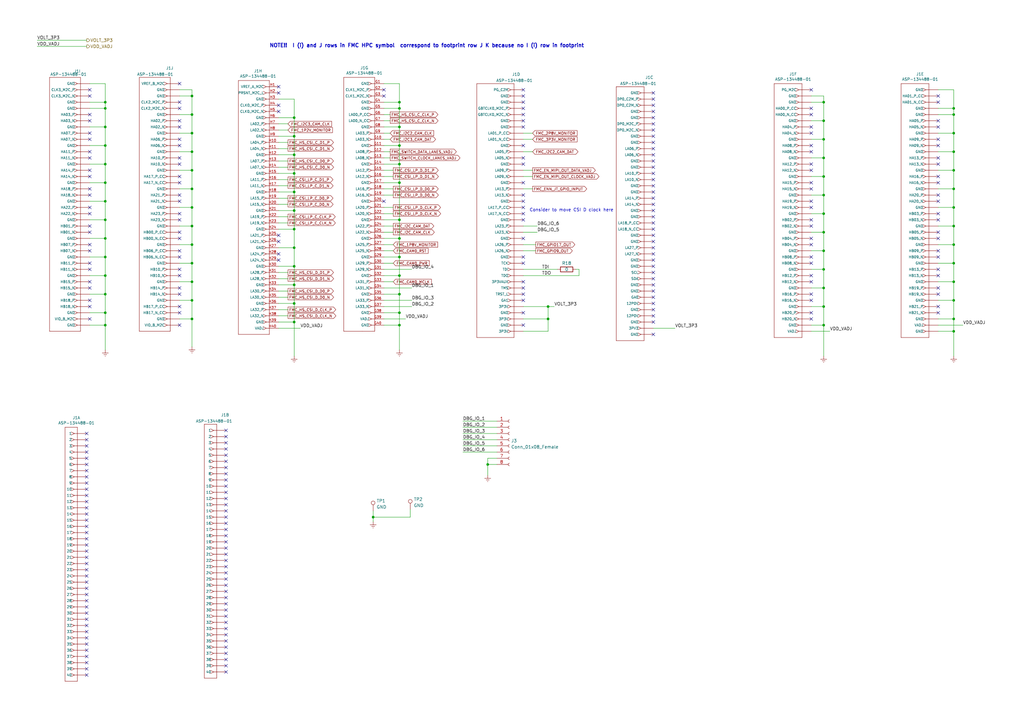
<source format=kicad_sch>
(kicad_sch (version 20211123) (generator eeschema)
  (paper "A3")
  (lib_symbols
    (symbol "ASP-134488-01_VER2_1" (pin_names (offset 1.016))
      (property "Reference" "J" (at 3.81 55.88 0))
      (property "Value" "ASP-134488-01_VER2_1" (at -5.08 -52.07 0))
      (symbol "ASP-134488-01_VER2_1_1_1"
        (pin passive line (at 10.16 57.15 180) (length 5.08) (name "1") (number "A1"))
        (pin passive line (at 10.16 34.29 180) (length 5.08) (name "10") (number "A10"))
        (pin passive line (at 10.16 31.75 180) (length 5.08) (name "11") (number "A11"))
        (pin passive line (at 10.16 29.21 180) (length 5.08) (name "12") (number "A12"))
        (pin passive line (at 10.16 26.67 180) (length 5.08) (name "13") (number "A13"))
        (pin passive line (at 10.16 24.13 180) (length 5.08) (name "14") (number "A14"))
        (pin passive line (at 10.16 21.59 180) (length 5.08) (name "15") (number "A15"))
        (pin passive line (at 10.16 19.05 180) (length 5.08) (name "16") (number "A16"))
        (pin passive line (at 10.16 16.51 180) (length 5.08) (name "17") (number "A17"))
        (pin passive line (at 10.16 13.97 180) (length 5.08) (name "18") (number "A18"))
        (pin passive line (at 10.16 11.43 180) (length 5.08) (name "19") (number "A19"))
        (pin passive line (at 10.16 54.61 180) (length 5.08) (name "2") (number "A2"))
        (pin passive line (at 10.16 8.89 180) (length 5.08) (name "20") (number "A20"))
        (pin passive line (at 10.16 6.35 180) (length 5.08) (name "21") (number "A21"))
        (pin passive line (at 10.16 3.81 180) (length 5.08) (name "22") (number "A22"))
        (pin passive line (at 10.16 1.27 180) (length 5.08) (name "23") (number "A23"))
        (pin passive line (at 10.16 -1.27 180) (length 5.08) (name "24") (number "A24"))
        (pin passive line (at 10.16 -3.81 180) (length 5.08) (name "25") (number "A25"))
        (pin passive line (at 10.16 -6.35 180) (length 5.08) (name "26") (number "A26"))
        (pin passive line (at 10.16 -8.89 180) (length 5.08) (name "27") (number "A27"))
        (pin passive line (at 10.16 -11.43 180) (length 5.08) (name "28") (number "A28"))
        (pin passive line (at 10.16 -13.97 180) (length 5.08) (name "29") (number "A29"))
        (pin passive line (at 10.16 52.07 180) (length 5.08) (name "3") (number "A3"))
        (pin passive line (at 10.16 -16.51 180) (length 5.08) (name "30") (number "A30"))
        (pin passive line (at 10.16 -19.05 180) (length 5.08) (name "31") (number "A31"))
        (pin passive line (at 10.16 -21.59 180) (length 5.08) (name "32") (number "A32"))
        (pin passive line (at 10.16 -24.13 180) (length 5.08) (name "33") (number "A33"))
        (pin passive line (at 10.16 -26.67 180) (length 5.08) (name "34") (number "A34"))
        (pin passive line (at 10.16 -29.21 180) (length 5.08) (name "35") (number "A35"))
        (pin passive line (at 10.16 -31.75 180) (length 5.08) (name "36") (number "A36"))
        (pin passive line (at 10.16 -34.29 180) (length 5.08) (name "37") (number "A37"))
        (pin passive line (at 10.16 -36.83 180) (length 5.08) (name "38") (number "A38"))
        (pin power_out line (at 10.16 -39.37 180) (length 5.08) (name "39") (number "A39"))
        (pin passive line (at 10.16 49.53 180) (length 5.08) (name "4") (number "A4"))
        (pin passive line (at 10.16 -41.91 180) (length 5.08) (name "40") (number "A40"))
        (pin passive line (at 10.16 46.99 180) (length 5.08) (name "5") (number "A5"))
        (pin passive line (at 10.16 44.45 180) (length 5.08) (name "6") (number "A6"))
        (pin passive line (at 10.16 41.91 180) (length 5.08) (name "7") (number "A7"))
        (pin passive line (at 10.16 39.37 180) (length 5.08) (name "8") (number "A8"))
        (pin passive line (at 10.16 36.83 180) (length 5.08) (name "9") (number "A9"))
      )
      (symbol "ASP-134488-01_VER2_1_2_1"
        (pin passive line (at -5.08 50.8 0) (length 5.08) (name "1") (number "B1"))
        (pin passive line (at -5.08 27.94 0) (length 5.08) (name "10") (number "B10"))
        (pin passive line (at -5.08 25.4 0) (length 5.08) (name "11") (number "B11"))
        (pin passive line (at -5.08 22.86 0) (length 5.08) (name "12") (number "B12"))
        (pin passive line (at -5.08 20.32 0) (length 5.08) (name "13") (number "B13"))
        (pin passive line (at -5.08 17.78 0) (length 5.08) (name "14") (number "B14"))
        (pin passive line (at -5.08 15.24 0) (length 5.08) (name "15") (number "B15"))
        (pin passive line (at -5.08 12.7 0) (length 5.08) (name "16") (number "B16"))
        (pin passive line (at -5.08 10.16 0) (length 5.08) (name "17") (number "B17"))
        (pin passive line (at -5.08 7.62 0) (length 5.08) (name "18") (number "B18"))
        (pin passive line (at -5.08 5.08 0) (length 5.08) (name "19") (number "B19"))
        (pin passive line (at -5.08 48.26 0) (length 5.08) (name "2") (number "B2"))
        (pin passive line (at -5.08 2.54 0) (length 5.08) (name "20") (number "B20"))
        (pin passive line (at -5.08 0 0) (length 5.08) (name "21") (number "B21"))
        (pin passive line (at -5.08 -2.54 0) (length 5.08) (name "22") (number "B22"))
        (pin passive line (at -5.08 -5.08 0) (length 5.08) (name "23") (number "B23"))
        (pin passive line (at -5.08 -7.62 0) (length 5.08) (name "24") (number "B24"))
        (pin passive line (at -5.08 -10.16 0) (length 5.08) (name "25") (number "B25"))
        (pin passive line (at -5.08 -12.7 0) (length 5.08) (name "26") (number "B26"))
        (pin passive line (at -5.08 -15.24 0) (length 5.08) (name "27") (number "B27"))
        (pin passive line (at -5.08 -17.78 0) (length 5.08) (name "28") (number "B28"))
        (pin passive line (at -5.08 -20.32 0) (length 5.08) (name "29") (number "B29"))
        (pin passive line (at -5.08 45.72 0) (length 5.08) (name "3") (number "B3"))
        (pin passive line (at -5.08 -22.86 0) (length 5.08) (name "30") (number "B30"))
        (pin passive line (at -5.08 -25.4 0) (length 5.08) (name "31") (number "B31"))
        (pin passive line (at -5.08 -27.94 0) (length 5.08) (name "32") (number "B32"))
        (pin passive line (at -5.08 -30.48 0) (length 5.08) (name "33") (number "B33"))
        (pin passive line (at -5.08 -33.02 0) (length 5.08) (name "34") (number "B34"))
        (pin passive line (at -5.08 -35.56 0) (length 5.08) (name "35") (number "B35"))
        (pin passive line (at -5.08 -38.1 0) (length 5.08) (name "36") (number "B36"))
        (pin passive line (at -5.08 -40.64 0) (length 5.08) (name "37") (number "B37"))
        (pin passive line (at -5.08 -43.18 0) (length 5.08) (name "38") (number "B38"))
        (pin passive line (at -5.08 -45.72 0) (length 5.08) (name "39") (number "B39"))
        (pin passive line (at -5.08 43.18 0) (length 5.08) (name "4") (number "B4"))
        (pin passive line (at -5.08 -48.26 0) (length 5.08) (name "40") (number "B40"))
        (pin passive line (at -5.08 40.64 0) (length 5.08) (name "5") (number "B5"))
        (pin passive line (at -5.08 38.1 0) (length 5.08) (name "6") (number "B6"))
        (pin passive line (at -5.08 35.56 0) (length 5.08) (name "7") (number "B7"))
        (pin passive line (at -5.08 33.02 0) (length 5.08) (name "8") (number "B8"))
        (pin passive line (at -5.08 30.48 0) (length 5.08) (name "9") (number "B9"))
      )
      (symbol "ASP-134488-01_VER2_1_3_1"
        (pin passive line (at -5.08 50.8 0) (length 5.08) (name "GND") (number "C1"))
        (pin passive line (at -5.08 27.94 0) (length 5.08) (name "LA06_P") (number "C10"))
        (pin passive line (at -5.08 25.4 0) (length 5.08) (name "LA06_N") (number "C11"))
        (pin passive line (at -5.08 22.86 0) (length 5.08) (name "GND") (number "C12"))
        (pin passive line (at -5.08 20.32 0) (length 5.08) (name "GND") (number "C13"))
        (pin passive line (at -5.08 17.78 0) (length 5.08) (name "LA10_P") (number "C14"))
        (pin passive line (at -5.08 15.24 0) (length 5.08) (name "LA10_N") (number "C15"))
        (pin passive line (at -5.08 12.7 0) (length 5.08) (name "GND") (number "C16"))
        (pin passive line (at -5.08 10.16 0) (length 5.08) (name "GND") (number "C17"))
        (pin passive line (at -5.08 7.62 0) (length 5.08) (name "LA14_P") (number "C18"))
        (pin passive line (at -5.08 5.08 0) (length 5.08) (name "LA14_N") (number "C19"))
        (pin passive line (at -5.08 48.26 0) (length 5.08) (name "DP0_C2M_P") (number "C2"))
        (pin passive line (at -5.08 2.54 0) (length 5.08) (name "GND") (number "C20"))
        (pin passive line (at -5.08 0 0) (length 5.08) (name "GND") (number "C21"))
        (pin passive line (at -5.08 -2.54 0) (length 5.08) (name "LA18_P_CC") (number "C22"))
        (pin passive line (at -5.08 -5.08 0) (length 5.08) (name "LA18_N_CC") (number "C23"))
        (pin passive line (at -5.08 -7.62 0) (length 5.08) (name "GND") (number "C24"))
        (pin passive line (at -5.08 -10.16 0) (length 5.08) (name "GND") (number "C25"))
        (pin passive line (at -5.08 -12.7 0) (length 5.08) (name "LA27_P") (number "C26"))
        (pin passive line (at -5.08 -15.24 0) (length 5.08) (name "LA27_N") (number "C27"))
        (pin passive line (at -5.08 -17.78 0) (length 5.08) (name "GND") (number "C28"))
        (pin passive line (at -5.08 -20.32 0) (length 5.08) (name "GND") (number "C29"))
        (pin passive line (at -5.08 45.72 0) (length 5.08) (name "DP0_C2M_N") (number "C3"))
        (pin passive line (at -5.08 -22.86 0) (length 5.08) (name "SCL") (number "C30"))
        (pin passive line (at -5.08 -25.4 0) (length 5.08) (name "SDA") (number "C31"))
        (pin passive line (at -5.08 -27.94 0) (length 5.08) (name "GND") (number "C32"))
        (pin passive line (at -5.08 -30.48 0) (length 5.08) (name "GND") (number "C33"))
        (pin passive line (at -5.08 -33.02 0) (length 5.08) (name "GA0") (number "C34"))
        (pin power_out line (at -5.08 -35.56 0) (length 5.08) (name "12P0V") (number "C35"))
        (pin passive line (at -5.08 -38.1 0) (length 5.08) (name "GND") (number "C36"))
        (pin power_out line (at -5.08 -40.64 0) (length 5.08) (name "12P0V") (number "C37"))
        (pin passive line (at -5.08 -43.18 0) (length 5.08) (name "GND") (number "C38"))
        (pin power_out line (at -5.08 -45.72 0) (length 5.08) (name "3PV3") (number "C39"))
        (pin passive line (at -5.08 43.18 0) (length 5.08) (name "GND") (number "C4"))
        (pin passive line (at -5.08 -48.26 0) (length 5.08) (name "GND") (number "C40"))
        (pin passive line (at -5.08 40.64 0) (length 5.08) (name "GND") (number "C5"))
        (pin passive line (at -5.08 38.1 0) (length 5.08) (name "DP0_M2C_P") (number "C6"))
        (pin passive line (at -5.08 35.56 0) (length 5.08) (name "DP0_M2C_N") (number "C7"))
        (pin passive line (at -5.08 33.02 0) (length 5.08) (name "GND") (number "C8"))
        (pin passive line (at -5.08 30.48 0) (length 5.08) (name "GND") (number "C9"))
      )
      (symbol "ASP-134488-01_VER2_1_4_1"
        (pin passive line (at -5.08 50.8 0) (length 5.08) (name "PG_C2M") (number "D1"))
        (pin passive line (at -5.08 27.94 0) (length 5.08) (name "GND") (number "D10"))
        (pin passive line (at -5.08 25.4 0) (length 5.08) (name "LA05_P") (number "D11"))
        (pin passive line (at -5.08 22.86 0) (length 5.08) (name "LA05_N") (number "D12"))
        (pin passive line (at -5.08 20.32 0) (length 5.08) (name "GND") (number "D13"))
        (pin passive line (at -5.08 17.78 0) (length 5.08) (name "LA09_P") (number "D14"))
        (pin passive line (at -5.08 15.24 0) (length 5.08) (name "LA09_N") (number "D15"))
        (pin passive line (at -5.08 12.7 0) (length 5.08) (name "GND") (number "D16"))
        (pin passive line (at -5.08 10.16 0) (length 5.08) (name "LA13_P") (number "D17"))
        (pin passive line (at -5.08 7.62 0) (length 5.08) (name "LA13_N") (number "D18"))
        (pin passive line (at -5.08 5.08 0) (length 5.08) (name "GND") (number "D19"))
        (pin passive line (at -5.08 48.26 0) (length 5.08) (name "GND") (number "D2"))
        (pin passive line (at -5.08 2.54 0) (length 5.08) (name "LA17_P_CC") (number "D20"))
        (pin passive line (at -5.08 0 0) (length 5.08) (name "LA17_N_CC") (number "D21"))
        (pin passive line (at -5.08 -2.54 0) (length 5.08) (name "GND") (number "D22"))
        (pin passive line (at -5.08 -5.08 0) (length 5.08) (name "LA23_P") (number "D23"))
        (pin passive line (at -5.08 -7.62 0) (length 5.08) (name "LA23_N") (number "D24"))
        (pin passive line (at -5.08 -10.16 0) (length 5.08) (name "GND") (number "D25"))
        (pin passive line (at -5.08 -12.7 0) (length 5.08) (name "LA26_P") (number "D26"))
        (pin passive line (at -5.08 -15.24 0) (length 5.08) (name "LA26_N") (number "D27"))
        (pin passive line (at -5.08 -17.78 0) (length 5.08) (name "GND") (number "D28"))
        (pin passive line (at -5.08 -20.32 0) (length 5.08) (name "TCK") (number "D29"))
        (pin passive line (at -5.08 45.72 0) (length 5.08) (name "GND") (number "D3"))
        (pin passive line (at -5.08 -22.86 0) (length 5.08) (name "TDI") (number "D30"))
        (pin passive line (at -5.08 -25.4 0) (length 5.08) (name "TDO") (number "D31"))
        (pin passive line (at -5.08 -27.94 0) (length 5.08) (name "3P3VAUX") (number "D32"))
        (pin passive line (at -5.08 -30.48 0) (length 5.08) (name "TMS") (number "D33"))
        (pin passive line (at -5.08 -33.02 0) (length 5.08) (name "TRST_L") (number "D34"))
        (pin passive line (at -5.08 -35.56 0) (length 5.08) (name "GA1") (number "D35"))
        (pin passive line (at -5.08 -38.1 0) (length 5.08) (name "3P3V") (number "D36"))
        (pin passive line (at -5.08 -40.64 0) (length 5.08) (name "GND") (number "D37"))
        (pin passive line (at -5.08 -43.18 0) (length 5.08) (name "3P3V") (number "D38"))
        (pin passive line (at -5.08 -45.72 0) (length 5.08) (name "GND") (number "D39"))
        (pin passive line (at -5.08 43.18 0) (length 5.08) (name "GBTCLK0_M2C_P") (number "D4"))
        (pin passive line (at -5.08 -48.26 0) (length 5.08) (name "3P3V") (number "D40"))
        (pin passive line (at -5.08 40.64 0) (length 5.08) (name "GBTCLK0_M2C_N") (number "D5"))
        (pin passive line (at -5.08 38.1 0) (length 5.08) (name "GND") (number "D6"))
        (pin passive line (at -5.08 35.56 0) (length 5.08) (name "GND") (number "D7"))
        (pin passive line (at -5.08 33.02 0) (length 5.08) (name "LA01_P_CC") (number "D8"))
        (pin passive line (at -5.08 30.48 0) (length 5.08) (name "LA01_N_CC") (number "D9"))
      )
      (symbol "ASP-134488-01_VER2_1_5_1"
        (pin passive line (at 7.62 50.8 180) (length 5.08) (name "GND") (number "E1"))
        (pin passive line (at 7.62 27.94 180) (length 5.08) (name "HA09_N") (number "E10"))
        (pin passive line (at 7.62 25.4 180) (length 5.08) (name "GND") (number "E11"))
        (pin passive line (at 7.62 22.86 180) (length 5.08) (name "HA13_P") (number "E12"))
        (pin passive line (at 7.62 20.32 180) (length 5.08) (name "HA13_N") (number "E13"))
        (pin passive line (at 7.62 17.78 180) (length 5.08) (name "GND") (number "E14"))
        (pin passive line (at 7.62 15.24 180) (length 5.08) (name "HA16_P") (number "E15"))
        (pin passive line (at 7.62 12.7 180) (length 5.08) (name "HA16_N") (number "E16"))
        (pin passive line (at 7.62 10.16 180) (length 5.08) (name "GND") (number "E17"))
        (pin passive line (at 7.62 7.62 180) (length 5.08) (name "HA20_P") (number "E18"))
        (pin passive line (at 7.62 5.08 180) (length 5.08) (name "HA20_N") (number "E19"))
        (pin passive line (at 7.62 48.26 180) (length 5.08) (name "HA01_P_CC") (number "E2"))
        (pin passive line (at 7.62 2.54 180) (length 5.08) (name "GND") (number "E20"))
        (pin passive line (at 7.62 0 180) (length 5.08) (name "HB03_P") (number "E21"))
        (pin passive line (at 7.62 -2.54 180) (length 5.08) (name "HB03_N") (number "E22"))
        (pin passive line (at 7.62 -5.08 180) (length 5.08) (name "GND") (number "E23"))
        (pin passive line (at 7.62 -7.62 180) (length 5.08) (name "HB05_P") (number "E24"))
        (pin passive line (at 7.62 -10.16 180) (length 5.08) (name "HB05_N") (number "E25"))
        (pin passive line (at 7.62 -12.7 180) (length 5.08) (name "GND") (number "E26"))
        (pin passive line (at 7.62 -15.24 180) (length 5.08) (name "HB09_P") (number "E27"))
        (pin passive line (at 7.62 -17.78 180) (length 5.08) (name "HB09_N") (number "E28"))
        (pin passive line (at 7.62 -20.32 180) (length 5.08) (name "GND") (number "E29"))
        (pin passive line (at 7.62 45.72 180) (length 5.08) (name "HA01_N_CC") (number "E3"))
        (pin passive line (at 7.62 -22.86 180) (length 5.08) (name "HB13_P") (number "E30"))
        (pin passive line (at 7.62 -25.4 180) (length 5.08) (name "HB13_N") (number "E31"))
        (pin passive line (at 7.62 -27.94 180) (length 5.08) (name "GND") (number "E32"))
        (pin passive line (at 7.62 -30.48 180) (length 5.08) (name "HB19_P") (number "E33"))
        (pin passive line (at 7.62 -33.02 180) (length 5.08) (name "HB19_N") (number "E34"))
        (pin passive line (at 7.62 -35.56 180) (length 5.08) (name "GND") (number "E35"))
        (pin passive line (at 7.62 -38.1 180) (length 5.08) (name "HB21_P") (number "E36"))
        (pin passive line (at 7.62 -40.64 180) (length 5.08) (name "HB21_N") (number "E37"))
        (pin passive line (at 7.62 -43.18 180) (length 5.08) (name "GND") (number "E38"))
        (pin power_out line (at 7.62 -45.72 180) (length 5.08) (name "VADJ") (number "E39"))
        (pin passive line (at 7.62 43.18 180) (length 5.08) (name "GND") (number "E4"))
        (pin passive line (at 7.62 -48.26 180) (length 5.08) (name "GND") (number "E40"))
        (pin passive line (at 7.62 40.64 180) (length 5.08) (name "GND") (number "E5"))
        (pin passive line (at 7.62 38.1 180) (length 5.08) (name "HA05_P") (number "E6"))
        (pin passive line (at 7.62 35.56 180) (length 5.08) (name "HA05_N") (number "E7"))
        (pin passive line (at 7.62 33.02 180) (length 5.08) (name "GND") (number "E8"))
        (pin passive line (at 7.62 30.48 180) (length 5.08) (name "HA09_P") (number "E9"))
      )
      (symbol "ASP-134488-01_VER2_1_6_1"
        (pin passive line (at 10.16 50.8 180) (length 5.08) (name "PG_M2C") (number "F1"))
        (pin passive line (at 10.16 27.94 180) (length 5.08) (name "HA08_P") (number "F10"))
        (pin passive line (at 10.16 25.4 180) (length 5.08) (name "HA08_N") (number "F11"))
        (pin passive line (at 10.16 22.86 180) (length 5.08) (name "GND") (number "F12"))
        (pin passive line (at 10.16 20.32 180) (length 5.08) (name "HA12_P") (number "F13"))
        (pin passive line (at 10.16 17.78 180) (length 5.08) (name "HA12_N") (number "F14"))
        (pin passive line (at 10.16 15.24 180) (length 5.08) (name "GND") (number "F15"))
        (pin passive line (at 10.16 12.7 180) (length 5.08) (name "HA15_P") (number "F16"))
        (pin passive line (at 10.16 10.16 180) (length 5.08) (name "HA15_N") (number "F17"))
        (pin passive line (at 10.16 7.62 180) (length 5.08) (name "GND") (number "F18"))
        (pin passive line (at 10.16 5.08 180) (length 5.08) (name "HA19_P") (number "F19"))
        (pin passive line (at 10.16 48.26 180) (length 5.08) (name "GND") (number "F2"))
        (pin passive line (at 10.16 2.54 180) (length 5.08) (name "HA19_N") (number "F20"))
        (pin passive line (at 10.16 0 180) (length 5.08) (name "GND") (number "F21"))
        (pin passive line (at 10.16 -2.54 180) (length 5.08) (name "HB02_P") (number "F22"))
        (pin passive line (at 10.16 -5.08 180) (length 5.08) (name "HB02_N") (number "F23"))
        (pin passive line (at 10.16 -7.62 180) (length 5.08) (name "GND") (number "F24"))
        (pin passive line (at 10.16 -10.16 180) (length 5.08) (name "HB04_P") (number "F25"))
        (pin passive line (at 10.16 -12.7 180) (length 5.08) (name "HB04_N") (number "F26"))
        (pin passive line (at 10.16 -15.24 180) (length 5.08) (name "GND") (number "F27"))
        (pin passive line (at 10.16 -17.78 180) (length 5.08) (name "HB08_P") (number "F28"))
        (pin passive line (at 10.16 -20.32 180) (length 5.08) (name "HB08_N") (number "F29"))
        (pin passive line (at 10.16 45.72 180) (length 5.08) (name "GND") (number "F3"))
        (pin passive line (at 10.16 -22.86 180) (length 5.08) (name "GND") (number "F30"))
        (pin passive line (at 10.16 -25.4 180) (length 5.08) (name "HB12_P") (number "F31"))
        (pin passive line (at 10.16 -27.94 180) (length 5.08) (name "HB12_N") (number "F32"))
        (pin passive line (at 10.16 -30.48 180) (length 5.08) (name "GND") (number "F33"))
        (pin passive line (at 10.16 -33.02 180) (length 5.08) (name "HB16_P") (number "F34"))
        (pin passive line (at 10.16 -35.56 180) (length 5.08) (name "HB16_N") (number "F35"))
        (pin passive line (at 10.16 -38.1 180) (length 5.08) (name "GND") (number "F36"))
        (pin passive line (at 10.16 -40.64 180) (length 5.08) (name "HB20_P") (number "F37"))
        (pin passive line (at 10.16 -43.18 180) (length 5.08) (name "HB20_N") (number "F38"))
        (pin passive line (at 10.16 -45.72 180) (length 5.08) (name "GND") (number "F39"))
        (pin passive line (at 10.16 43.18 180) (length 5.08) (name "HA00_P_CC") (number "F4"))
        (pin passive line (at 10.16 -48.26 180) (length 5.08) (name "VADJ") (number "F40"))
        (pin passive line (at 10.16 40.64 180) (length 5.08) (name "HA00_N_CC") (number "F5"))
        (pin passive line (at 10.16 38.1 180) (length 5.08) (name "GND") (number "F6"))
        (pin passive line (at 10.16 35.56 180) (length 5.08) (name "HA04_P") (number "F7"))
        (pin passive line (at 10.16 33.02 180) (length 5.08) (name "HA04_N") (number "F8"))
        (pin passive line (at 10.16 30.48 180) (length 5.08) (name "GND") (number "F9"))
      )
      (symbol "ASP-134488-01_VER2_1_7_1"
        (pin passive line (at 15.24 50.8 180) (length 5.08) (name "GND") (number "G1"))
        (pin passive line (at 15.24 27.94 180) (length 5.08) (name "LA03_N") (number "G10"))
        (pin passive line (at 15.24 25.4 180) (length 5.08) (name "GND") (number "G11"))
        (pin passive line (at 15.24 22.86 180) (length 5.08) (name "LA08_P") (number "G12"))
        (pin passive line (at 15.24 20.32 180) (length 5.08) (name "LA08_N") (number "G13"))
        (pin passive line (at 15.24 17.78 180) (length 5.08) (name "GND") (number "G14"))
        (pin passive line (at 15.24 15.24 180) (length 5.08) (name "LA12_P") (number "G15"))
        (pin passive line (at 15.24 12.7 180) (length 5.08) (name "LA12_N") (number "G16"))
        (pin passive line (at 15.24 10.16 180) (length 5.08) (name "GND") (number "G17"))
        (pin passive line (at 15.24 7.62 180) (length 5.08) (name "LA16_P") (number "G18"))
        (pin passive line (at 15.24 5.08 180) (length 5.08) (name "LA16_N") (number "G19"))
        (pin passive line (at 15.24 48.26 180) (length 5.08) (name "CLK1_M2C_P") (number "G2"))
        (pin passive line (at 15.24 2.54 180) (length 5.08) (name "GND") (number "G20"))
        (pin passive line (at 15.24 0 180) (length 5.08) (name "LA20_P") (number "G21"))
        (pin passive line (at 15.24 -2.54 180) (length 5.08) (name "LA20_N") (number "G22"))
        (pin passive line (at 15.24 -5.08 180) (length 5.08) (name "GND") (number "G23"))
        (pin passive line (at 15.24 -7.62 180) (length 5.08) (name "LA22_P") (number "G24"))
        (pin passive line (at 15.24 -10.16 180) (length 5.08) (name "LA22_N") (number "G25"))
        (pin passive line (at 15.24 -12.7 180) (length 5.08) (name "GND") (number "G26"))
        (pin passive line (at 15.24 -15.24 180) (length 5.08) (name "LA25_P") (number "G27"))
        (pin passive line (at 15.24 -17.78 180) (length 5.08) (name "LA25_N") (number "G28"))
        (pin passive line (at 15.24 -20.32 180) (length 5.08) (name "GND") (number "G29"))
        (pin passive line (at 15.24 45.72 180) (length 5.08) (name "CLK1_M2C_N") (number "G3"))
        (pin passive line (at 15.24 -22.86 180) (length 5.08) (name "LA29_P") (number "G30"))
        (pin passive line (at 15.24 -25.4 180) (length 5.08) (name "LA29_N") (number "G31"))
        (pin passive line (at 15.24 -27.94 180) (length 5.08) (name "GND") (number "G32"))
        (pin passive line (at 15.24 -30.48 180) (length 5.08) (name "LA31_P") (number "G33"))
        (pin passive line (at 15.24 -33.02 180) (length 5.08) (name "LA31_N") (number "G34"))
        (pin passive line (at 15.24 -35.56 180) (length 5.08) (name "GND") (number "G35"))
        (pin passive line (at 15.24 -38.1 180) (length 5.08) (name "LA33_P") (number "G36"))
        (pin passive line (at 15.24 -40.64 180) (length 5.08) (name "LA33_N") (number "G37"))
        (pin passive line (at 15.24 -43.18 180) (length 5.08) (name "GND") (number "G38"))
        (pin passive line (at 15.24 -45.72 180) (length 5.08) (name "VADJ") (number "G39"))
        (pin passive line (at 15.24 43.18 180) (length 5.08) (name "GND") (number "G4"))
        (pin passive line (at 15.24 -48.26 180) (length 5.08) (name "GND") (number "G40"))
        (pin passive line (at 15.24 40.64 180) (length 5.08) (name "GND") (number "G5"))
        (pin passive line (at 15.24 38.1 180) (length 5.08) (name "LA00_P_CC") (number "G6"))
        (pin passive line (at 15.24 35.56 180) (length 5.08) (name "LA00_N_CC") (number "G7"))
        (pin passive line (at 15.24 33.02 180) (length 5.08) (name "GND") (number "G8"))
        (pin passive line (at 15.24 30.48 180) (length 5.08) (name "LA03_P") (number "G9"))
      )
      (symbol "ASP-134488-01_VER2_1_8_1"
        (pin passive line (at 17.78 52.07 180) (length 5.08) (name "VREF_A_M2C") (number "H1"))
        (pin passive line (at 17.78 29.21 180) (length 5.08) (name "LA04_P") (number "H10"))
        (pin passive line (at 17.78 26.67 180) (length 5.08) (name "LA04_N") (number "H11"))
        (pin passive line (at 17.78 24.13 180) (length 5.08) (name "GND") (number "H12"))
        (pin passive line (at 17.78 21.59 180) (length 5.08) (name "LA07_P") (number "H13"))
        (pin passive line (at 17.78 19.05 180) (length 5.08) (name "LA07_N") (number "H14"))
        (pin passive line (at 17.78 16.51 180) (length 5.08) (name "GND") (number "H15"))
        (pin passive line (at 17.78 13.97 180) (length 5.08) (name "LA11_P") (number "H16"))
        (pin passive line (at 17.78 11.43 180) (length 5.08) (name "LA11_N") (number "H17"))
        (pin passive line (at 17.78 8.89 180) (length 5.08) (name "GND") (number "H18"))
        (pin passive line (at 17.78 6.35 180) (length 5.08) (name "LA15_P") (number "H19"))
        (pin passive line (at 17.78 49.53 180) (length 5.08) (name "PRSNT_M2C_L") (number "H2"))
        (pin passive line (at 17.78 3.81 180) (length 5.08) (name "LA15_N") (number "H20"))
        (pin passive line (at 17.78 1.27 180) (length 5.08) (name "GND") (number "H21"))
        (pin passive line (at 17.78 -1.27 180) (length 5.08) (name "LA19_P") (number "H22"))
        (pin passive line (at 17.78 -3.81 180) (length 5.08) (name "LA19_N") (number "H23"))
        (pin passive line (at 17.78 -6.35 180) (length 5.08) (name "GND") (number "H24"))
        (pin passive line (at 17.78 -8.89 180) (length 5.08) (name "LA21_P") (number "H25"))
        (pin passive line (at 17.78 -11.43 180) (length 5.08) (name "LA21_N") (number "H26"))
        (pin passive line (at 17.78 -13.97 180) (length 5.08) (name "GND") (number "H27"))
        (pin passive line (at 17.78 -16.51 180) (length 5.08) (name "LA24_P") (number "H28"))
        (pin passive line (at 17.78 -19.05 180) (length 5.08) (name "LA24_N") (number "H29"))
        (pin passive line (at 17.78 46.99 180) (length 5.08) (name "GND") (number "H3"))
        (pin passive line (at 17.78 -21.59 180) (length 5.08) (name "GND") (number "H30"))
        (pin passive line (at 17.78 -24.13 180) (length 5.08) (name "LA28_P") (number "H31"))
        (pin passive line (at 17.78 -26.67 180) (length 5.08) (name "LA28_N") (number "H32"))
        (pin passive line (at 17.78 -29.21 180) (length 5.08) (name "GND") (number "H33"))
        (pin passive line (at 17.78 -31.75 180) (length 5.08) (name "LA30_P") (number "H34"))
        (pin passive line (at 17.78 -34.29 180) (length 5.08) (name "LA30_N") (number "H35"))
        (pin passive line (at 17.78 -36.83 180) (length 5.08) (name "GND") (number "H36"))
        (pin passive line (at 17.78 -39.37 180) (length 5.08) (name "LA32_P") (number "H37"))
        (pin passive line (at 17.78 -41.91 180) (length 5.08) (name "LA32_N") (number "H38"))
        (pin passive line (at 17.78 -44.45 180) (length 5.08) (name "GND") (number "H39"))
        (pin passive line (at 17.78 44.45 180) (length 5.08) (name "CLK0_M2C_P") (number "H4"))
        (pin power_in line (at 17.78 -46.99 180) (length 5.08) (name "VADJ") (number "H40"))
        (pin passive line (at 17.78 41.91 180) (length 5.08) (name "CLK0_M2C_N") (number "H5"))
        (pin passive line (at 17.78 39.37 180) (length 5.08) (name "GND") (number "H6"))
        (pin passive line (at 17.78 36.83 180) (length 5.08) (name "LA02_P") (number "H7"))
        (pin passive line (at 17.78 34.29 180) (length 5.08) (name "LA02_N") (number "H8"))
        (pin passive line (at 17.78 31.75 180) (length 5.08) (name "GND") (number "H9"))
      )
      (symbol "ASP-134488-01_VER2_1_9_1"
        (pin passive line (at -5.08 50.8 0) (length 5.08) (name "GND") (number "J1"))
        (pin passive line (at -5.08 27.94 0) (length 5.08) (name "HA07_N") (number "J10"))
        (pin passive line (at -5.08 25.4 0) (length 5.08) (name "GND") (number "J11"))
        (pin passive line (at -5.08 22.86 0) (length 5.08) (name "HA11_P") (number "J12"))
        (pin passive line (at -5.08 20.32 0) (length 5.08) (name "HA11_N") (number "J13"))
        (pin passive line (at -5.08 17.78 0) (length 5.08) (name "GND") (number "J14"))
        (pin passive line (at -5.08 15.24 0) (length 5.08) (name "HA14_P") (number "J15"))
        (pin passive line (at -5.08 12.7 0) (length 5.08) (name "HA14_N") (number "J16"))
        (pin passive line (at -5.08 10.16 0) (length 5.08) (name "GND") (number "J17"))
        (pin passive line (at -5.08 7.62 0) (length 5.08) (name "HA18_P") (number "J18"))
        (pin passive line (at -5.08 5.08 0) (length 5.08) (name "HA18_N") (number "J19"))
        (pin passive line (at -5.08 48.26 0) (length 5.08) (name "CLK3_M2C_P") (number "J2"))
        (pin passive line (at -5.08 2.54 0) (length 5.08) (name "GND") (number "J20"))
        (pin passive line (at -5.08 0 0) (length 5.08) (name "HA22_P") (number "J21"))
        (pin passive line (at -5.08 -2.54 0) (length 5.08) (name "HA22_N") (number "J22"))
        (pin passive line (at -5.08 -5.08 0) (length 5.08) (name "GND") (number "J23"))
        (pin passive line (at -5.08 -7.62 0) (length 5.08) (name "HB01_P") (number "J24"))
        (pin passive line (at -5.08 -10.16 0) (length 5.08) (name "HB01_N") (number "J25"))
        (pin passive line (at -5.08 -12.7 0) (length 5.08) (name "GND") (number "J26"))
        (pin passive line (at -5.08 -15.24 0) (length 5.08) (name "HB07_P") (number "J27"))
        (pin passive line (at -5.08 -17.78 0) (length 5.08) (name "HB07_N") (number "J28"))
        (pin passive line (at -5.08 -20.32 0) (length 5.08) (name "GND") (number "J29"))
        (pin passive line (at -5.08 45.72 0) (length 5.08) (name "CLK3_M2C_N") (number "J3"))
        (pin passive line (at -5.08 -22.86 0) (length 5.08) (name "HB11_P") (number "J30"))
        (pin passive line (at -5.08 -25.4 0) (length 5.08) (name "HB11_N") (number "J31"))
        (pin passive line (at -5.08 -27.94 0) (length 5.08) (name "GND") (number "J32"))
        (pin passive line (at -5.08 -30.48 0) (length 5.08) (name "HB15_P") (number "J33"))
        (pin passive line (at -5.08 -33.02 0) (length 5.08) (name "HB15_N") (number "J34"))
        (pin passive line (at -5.08 -35.56 0) (length 5.08) (name "GND") (number "J35"))
        (pin passive line (at -5.08 -38.1 0) (length 5.08) (name "HB18_P") (number "J36"))
        (pin passive line (at -5.08 -40.64 0) (length 5.08) (name "HB18_N") (number "J37"))
        (pin passive line (at -5.08 -43.18 0) (length 5.08) (name "GND") (number "J38"))
        (pin passive line (at -5.08 -45.72 0) (length 5.08) (name "VIO_B_M2C") (number "J39"))
        (pin passive line (at -5.08 43.18 0) (length 5.08) (name "GND") (number "J4"))
        (pin passive line (at -5.08 -48.26 0) (length 5.08) (name "GND") (number "J40"))
        (pin passive line (at -5.08 40.64 0) (length 5.08) (name "GND") (number "J5"))
        (pin passive line (at -5.08 38.1 0) (length 5.08) (name "HA03_P") (number "J6"))
        (pin passive line (at -5.08 35.56 0) (length 5.08) (name "HA03_N") (number "J7"))
        (pin passive line (at -5.08 33.02 0) (length 5.08) (name "GND") (number "J8"))
        (pin passive line (at -5.08 30.48 0) (length 5.08) (name "HA07_P") (number "J9"))
      )
      (symbol "ASP-134488-01_VER2_1_10_1"
        (pin passive line (at -5.08 50.8 0) (length 5.08) (name "VREF_B_M2C") (number "K1"))
        (pin passive line (at -5.08 27.94 0) (length 5.08) (name "HA06_P") (number "K10"))
        (pin passive line (at -5.08 25.4 0) (length 5.08) (name "HA06_N") (number "K11"))
        (pin passive line (at -5.08 22.86 0) (length 5.08) (name "GND") (number "K12"))
        (pin passive line (at -5.08 20.32 0) (length 5.08) (name "HA10_P") (number "K13"))
        (pin passive line (at -5.08 17.78 0) (length 5.08) (name "HA10_N") (number "K14"))
        (pin passive line (at -5.08 15.24 0) (length 5.08) (name "GND") (number "K15"))
        (pin passive line (at -5.08 12.7 0) (length 5.08) (name "HA17_P_CC") (number "K16"))
        (pin passive line (at -5.08 10.16 0) (length 5.08) (name "HA17_N_CC") (number "K17"))
        (pin passive line (at -5.08 7.62 0) (length 5.08) (name "GND") (number "K18"))
        (pin passive line (at -5.08 5.08 0) (length 5.08) (name "HA21_P") (number "K19"))
        (pin passive line (at -5.08 48.26 0) (length 5.08) (name "GND") (number "K2"))
        (pin passive line (at -5.08 2.54 0) (length 5.08) (name "HA21_N") (number "K20"))
        (pin passive line (at -5.08 0 0) (length 5.08) (name "GND") (number "K21"))
        (pin passive line (at -5.08 -2.54 0) (length 5.08) (name "HA23_P") (number "K22"))
        (pin passive line (at -5.08 -5.08 0) (length 5.08) (name "HA23_N") (number "K23"))
        (pin passive line (at -5.08 -7.62 0) (length 5.08) (name "GND") (number "K24"))
        (pin passive line (at -5.08 -10.16 0) (length 5.08) (name "HB00_P_CC") (number "K25"))
        (pin passive line (at -5.08 -12.7 0) (length 5.08) (name "HB00_N_CC") (number "K26"))
        (pin passive line (at -5.08 -15.24 0) (length 5.08) (name "GND") (number "K27"))
        (pin passive line (at -5.08 -17.78 0) (length 5.08) (name "HB06_P_CC") (number "K28"))
        (pin passive line (at -5.08 -20.32 0) (length 5.08) (name "HB06_N_CC") (number "K29"))
        (pin passive line (at -5.08 45.72 0) (length 5.08) (name "GND") (number "K3"))
        (pin passive line (at -5.08 -22.86 0) (length 5.08) (name "GND") (number "K30"))
        (pin passive line (at -5.08 -25.4 0) (length 5.08) (name "HB10_P") (number "K31"))
        (pin passive line (at -5.08 -27.94 0) (length 5.08) (name "HB10_N") (number "K32"))
        (pin passive line (at -5.08 -30.48 0) (length 5.08) (name "GND") (number "K33"))
        (pin passive line (at -5.08 -33.02 0) (length 5.08) (name "HB14_P") (number "K34"))
        (pin passive line (at -5.08 -35.56 0) (length 5.08) (name "HB14_N") (number "K35"))
        (pin passive line (at -5.08 -38.1 0) (length 5.08) (name "GND") (number "K36"))
        (pin passive line (at -5.08 -40.64 0) (length 5.08) (name "HB17_P_CC") (number "K37"))
        (pin passive line (at -5.08 -43.18 0) (length 5.08) (name "HB17_N_CC") (number "K38"))
        (pin passive line (at -5.08 -45.72 0) (length 5.08) (name "GND") (number "K39"))
        (pin passive line (at -5.08 43.18 0) (length 5.08) (name "CLK2_M2C_P") (number "K4"))
        (pin passive line (at -5.08 -48.26 0) (length 5.08) (name "VIO_B_M2C") (number "K40"))
        (pin passive line (at -5.08 40.64 0) (length 5.08) (name "CLK2_M2C_N") (number "K5"))
        (pin passive line (at -5.08 38.1 0) (length 5.08) (name "GND") (number "K6"))
        (pin passive line (at -5.08 35.56 0) (length 5.08) (name "HA02_P") (number "K7"))
        (pin passive line (at -5.08 33.02 0) (length 5.08) (name "HA02_N") (number "K8"))
        (pin passive line (at -5.08 30.48 0) (length 5.08) (name "GND") (number "K9"))
      )
    )
    (symbol "ASP-134488-01_VER2_2" (pin_names (offset 1.016))
      (property "Reference" "J" (at 3.81 55.88 0))
      (property "Value" "ASP-134488-01_VER2_2" (at -5.08 -52.07 0))
      (symbol "ASP-134488-01_VER2_2_1_1"
        (pin passive line (at 10.16 57.15 180) (length 5.08) (name "1") (number "A1"))
        (pin passive line (at 10.16 34.29 180) (length 5.08) (name "10") (number "A10"))
        (pin passive line (at 10.16 31.75 180) (length 5.08) (name "11") (number "A11"))
        (pin passive line (at 10.16 29.21 180) (length 5.08) (name "12") (number "A12"))
        (pin passive line (at 10.16 26.67 180) (length 5.08) (name "13") (number "A13"))
        (pin passive line (at 10.16 24.13 180) (length 5.08) (name "14") (number "A14"))
        (pin passive line (at 10.16 21.59 180) (length 5.08) (name "15") (number "A15"))
        (pin passive line (at 10.16 19.05 180) (length 5.08) (name "16") (number "A16"))
        (pin passive line (at 10.16 16.51 180) (length 5.08) (name "17") (number "A17"))
        (pin passive line (at 10.16 13.97 180) (length 5.08) (name "18") (number "A18"))
        (pin passive line (at 10.16 11.43 180) (length 5.08) (name "19") (number "A19"))
        (pin passive line (at 10.16 54.61 180) (length 5.08) (name "2") (number "A2"))
        (pin passive line (at 10.16 8.89 180) (length 5.08) (name "20") (number "A20"))
        (pin passive line (at 10.16 6.35 180) (length 5.08) (name "21") (number "A21"))
        (pin passive line (at 10.16 3.81 180) (length 5.08) (name "22") (number "A22"))
        (pin passive line (at 10.16 1.27 180) (length 5.08) (name "23") (number "A23"))
        (pin passive line (at 10.16 -1.27 180) (length 5.08) (name "24") (number "A24"))
        (pin passive line (at 10.16 -3.81 180) (length 5.08) (name "25") (number "A25"))
        (pin passive line (at 10.16 -6.35 180) (length 5.08) (name "26") (number "A26"))
        (pin passive line (at 10.16 -8.89 180) (length 5.08) (name "27") (number "A27"))
        (pin passive line (at 10.16 -11.43 180) (length 5.08) (name "28") (number "A28"))
        (pin passive line (at 10.16 -13.97 180) (length 5.08) (name "29") (number "A29"))
        (pin passive line (at 10.16 52.07 180) (length 5.08) (name "3") (number "A3"))
        (pin passive line (at 10.16 -16.51 180) (length 5.08) (name "30") (number "A30"))
        (pin passive line (at 10.16 -19.05 180) (length 5.08) (name "31") (number "A31"))
        (pin passive line (at 10.16 -21.59 180) (length 5.08) (name "32") (number "A32"))
        (pin passive line (at 10.16 -24.13 180) (length 5.08) (name "33") (number "A33"))
        (pin passive line (at 10.16 -26.67 180) (length 5.08) (name "34") (number "A34"))
        (pin passive line (at 10.16 -29.21 180) (length 5.08) (name "35") (number "A35"))
        (pin passive line (at 10.16 -31.75 180) (length 5.08) (name "36") (number "A36"))
        (pin passive line (at 10.16 -34.29 180) (length 5.08) (name "37") (number "A37"))
        (pin passive line (at 10.16 -36.83 180) (length 5.08) (name "38") (number "A38"))
        (pin power_out line (at 10.16 -39.37 180) (length 5.08) (name "39") (number "A39"))
        (pin passive line (at 10.16 49.53 180) (length 5.08) (name "4") (number "A4"))
        (pin passive line (at 10.16 -41.91 180) (length 5.08) (name "40") (number "A40"))
        (pin passive line (at 10.16 46.99 180) (length 5.08) (name "5") (number "A5"))
        (pin passive line (at 10.16 44.45 180) (length 5.08) (name "6") (number "A6"))
        (pin passive line (at 10.16 41.91 180) (length 5.08) (name "7") (number "A7"))
        (pin passive line (at 10.16 39.37 180) (length 5.08) (name "8") (number "A8"))
        (pin passive line (at 10.16 36.83 180) (length 5.08) (name "9") (number "A9"))
      )
      (symbol "ASP-134488-01_VER2_2_2_1"
        (pin passive line (at -5.08 50.8 0) (length 5.08) (name "1") (number "B1"))
        (pin passive line (at -5.08 27.94 0) (length 5.08) (name "10") (number "B10"))
        (pin passive line (at -5.08 25.4 0) (length 5.08) (name "11") (number "B11"))
        (pin passive line (at -5.08 22.86 0) (length 5.08) (name "12") (number "B12"))
        (pin passive line (at -5.08 20.32 0) (length 5.08) (name "13") (number "B13"))
        (pin passive line (at -5.08 17.78 0) (length 5.08) (name "14") (number "B14"))
        (pin passive line (at -5.08 15.24 0) (length 5.08) (name "15") (number "B15"))
        (pin passive line (at -5.08 12.7 0) (length 5.08) (name "16") (number "B16"))
        (pin passive line (at -5.08 10.16 0) (length 5.08) (name "17") (number "B17"))
        (pin passive line (at -5.08 7.62 0) (length 5.08) (name "18") (number "B18"))
        (pin passive line (at -5.08 5.08 0) (length 5.08) (name "19") (number "B19"))
        (pin passive line (at -5.08 48.26 0) (length 5.08) (name "2") (number "B2"))
        (pin passive line (at -5.08 2.54 0) (length 5.08) (name "20") (number "B20"))
        (pin passive line (at -5.08 0 0) (length 5.08) (name "21") (number "B21"))
        (pin passive line (at -5.08 -2.54 0) (length 5.08) (name "22") (number "B22"))
        (pin passive line (at -5.08 -5.08 0) (length 5.08) (name "23") (number "B23"))
        (pin passive line (at -5.08 -7.62 0) (length 5.08) (name "24") (number "B24"))
        (pin passive line (at -5.08 -10.16 0) (length 5.08) (name "25") (number "B25"))
        (pin passive line (at -5.08 -12.7 0) (length 5.08) (name "26") (number "B26"))
        (pin passive line (at -5.08 -15.24 0) (length 5.08) (name "27") (number "B27"))
        (pin passive line (at -5.08 -17.78 0) (length 5.08) (name "28") (number "B28"))
        (pin passive line (at -5.08 -20.32 0) (length 5.08) (name "29") (number "B29"))
        (pin passive line (at -5.08 45.72 0) (length 5.08) (name "3") (number "B3"))
        (pin passive line (at -5.08 -22.86 0) (length 5.08) (name "30") (number "B30"))
        (pin passive line (at -5.08 -25.4 0) (length 5.08) (name "31") (number "B31"))
        (pin passive line (at -5.08 -27.94 0) (length 5.08) (name "32") (number "B32"))
        (pin passive line (at -5.08 -30.48 0) (length 5.08) (name "33") (number "B33"))
        (pin passive line (at -5.08 -33.02 0) (length 5.08) (name "34") (number "B34"))
        (pin passive line (at -5.08 -35.56 0) (length 5.08) (name "35") (number "B35"))
        (pin passive line (at -5.08 -38.1 0) (length 5.08) (name "36") (number "B36"))
        (pin passive line (at -5.08 -40.64 0) (length 5.08) (name "37") (number "B37"))
        (pin passive line (at -5.08 -43.18 0) (length 5.08) (name "38") (number "B38"))
        (pin passive line (at -5.08 -45.72 0) (length 5.08) (name "39") (number "B39"))
        (pin passive line (at -5.08 43.18 0) (length 5.08) (name "4") (number "B4"))
        (pin passive line (at -5.08 -48.26 0) (length 5.08) (name "40") (number "B40"))
        (pin passive line (at -5.08 40.64 0) (length 5.08) (name "5") (number "B5"))
        (pin passive line (at -5.08 38.1 0) (length 5.08) (name "6") (number "B6"))
        (pin passive line (at -5.08 35.56 0) (length 5.08) (name "7") (number "B7"))
        (pin passive line (at -5.08 33.02 0) (length 5.08) (name "8") (number "B8"))
        (pin passive line (at -5.08 30.48 0) (length 5.08) (name "9") (number "B9"))
      )
      (symbol "ASP-134488-01_VER2_2_3_1"
        (pin passive line (at -5.08 50.8 0) (length 5.08) (name "GND") (number "C1"))
        (pin passive line (at -5.08 27.94 0) (length 5.08) (name "LA06_P") (number "C10"))
        (pin passive line (at -5.08 25.4 0) (length 5.08) (name "LA06_N") (number "C11"))
        (pin passive line (at -5.08 22.86 0) (length 5.08) (name "GND") (number "C12"))
        (pin passive line (at -5.08 20.32 0) (length 5.08) (name "GND") (number "C13"))
        (pin passive line (at -5.08 17.78 0) (length 5.08) (name "LA10_P") (number "C14"))
        (pin passive line (at -5.08 15.24 0) (length 5.08) (name "LA10_N") (number "C15"))
        (pin passive line (at -5.08 12.7 0) (length 5.08) (name "GND") (number "C16"))
        (pin passive line (at -5.08 10.16 0) (length 5.08) (name "GND") (number "C17"))
        (pin passive line (at -5.08 7.62 0) (length 5.08) (name "LA14_P") (number "C18"))
        (pin passive line (at -5.08 5.08 0) (length 5.08) (name "LA14_N") (number "C19"))
        (pin passive line (at -5.08 48.26 0) (length 5.08) (name "DP0_C2M_P") (number "C2"))
        (pin passive line (at -5.08 2.54 0) (length 5.08) (name "GND") (number "C20"))
        (pin passive line (at -5.08 0 0) (length 5.08) (name "GND") (number "C21"))
        (pin passive line (at -5.08 -2.54 0) (length 5.08) (name "LA18_P_CC") (number "C22"))
        (pin passive line (at -5.08 -5.08 0) (length 5.08) (name "LA18_N_CC") (number "C23"))
        (pin passive line (at -5.08 -7.62 0) (length 5.08) (name "GND") (number "C24"))
        (pin passive line (at -5.08 -10.16 0) (length 5.08) (name "GND") (number "C25"))
        (pin passive line (at -5.08 -12.7 0) (length 5.08) (name "LA27_P") (number "C26"))
        (pin passive line (at -5.08 -15.24 0) (length 5.08) (name "LA27_N") (number "C27"))
        (pin passive line (at -5.08 -17.78 0) (length 5.08) (name "GND") (number "C28"))
        (pin passive line (at -5.08 -20.32 0) (length 5.08) (name "GND") (number "C29"))
        (pin passive line (at -5.08 45.72 0) (length 5.08) (name "DP0_C2M_N") (number "C3"))
        (pin passive line (at -5.08 -22.86 0) (length 5.08) (name "SCL") (number "C30"))
        (pin passive line (at -5.08 -25.4 0) (length 5.08) (name "SDA") (number "C31"))
        (pin passive line (at -5.08 -27.94 0) (length 5.08) (name "GND") (number "C32"))
        (pin passive line (at -5.08 -30.48 0) (length 5.08) (name "GND") (number "C33"))
        (pin passive line (at -5.08 -33.02 0) (length 5.08) (name "GA0") (number "C34"))
        (pin power_out line (at -5.08 -35.56 0) (length 5.08) (name "12P0V") (number "C35"))
        (pin passive line (at -5.08 -38.1 0) (length 5.08) (name "GND") (number "C36"))
        (pin power_out line (at -5.08 -40.64 0) (length 5.08) (name "12P0V") (number "C37"))
        (pin passive line (at -5.08 -43.18 0) (length 5.08) (name "GND") (number "C38"))
        (pin power_out line (at -5.08 -45.72 0) (length 5.08) (name "3PV3") (number "C39"))
        (pin passive line (at -5.08 43.18 0) (length 5.08) (name "GND") (number "C4"))
        (pin passive line (at -5.08 -48.26 0) (length 5.08) (name "GND") (number "C40"))
        (pin passive line (at -5.08 40.64 0) (length 5.08) (name "GND") (number "C5"))
        (pin passive line (at -5.08 38.1 0) (length 5.08) (name "DP0_M2C_P") (number "C6"))
        (pin passive line (at -5.08 35.56 0) (length 5.08) (name "DP0_M2C_N") (number "C7"))
        (pin passive line (at -5.08 33.02 0) (length 5.08) (name "GND") (number "C8"))
        (pin passive line (at -5.08 30.48 0) (length 5.08) (name "GND") (number "C9"))
      )
      (symbol "ASP-134488-01_VER2_2_4_1"
        (pin passive line (at -5.08 50.8 0) (length 5.08) (name "PG_C2M") (number "D1"))
        (pin passive line (at -5.08 27.94 0) (length 5.08) (name "GND") (number "D10"))
        (pin passive line (at -5.08 25.4 0) (length 5.08) (name "LA05_P") (number "D11"))
        (pin passive line (at -5.08 22.86 0) (length 5.08) (name "LA05_N") (number "D12"))
        (pin passive line (at -5.08 20.32 0) (length 5.08) (name "GND") (number "D13"))
        (pin passive line (at -5.08 17.78 0) (length 5.08) (name "LA09_P") (number "D14"))
        (pin passive line (at -5.08 15.24 0) (length 5.08) (name "LA09_N") (number "D15"))
        (pin passive line (at -5.08 12.7 0) (length 5.08) (name "GND") (number "D16"))
        (pin passive line (at -5.08 10.16 0) (length 5.08) (name "LA13_P") (number "D17"))
        (pin passive line (at -5.08 7.62 0) (length 5.08) (name "LA13_N") (number "D18"))
        (pin passive line (at -5.08 5.08 0) (length 5.08) (name "GND") (number "D19"))
        (pin passive line (at -5.08 48.26 0) (length 5.08) (name "GND") (number "D2"))
        (pin passive line (at -5.08 2.54 0) (length 5.08) (name "LA17_P_CC") (number "D20"))
        (pin passive line (at -5.08 0 0) (length 5.08) (name "LA17_N_CC") (number "D21"))
        (pin passive line (at -5.08 -2.54 0) (length 5.08) (name "GND") (number "D22"))
        (pin passive line (at -5.08 -5.08 0) (length 5.08) (name "LA23_P") (number "D23"))
        (pin passive line (at -5.08 -7.62 0) (length 5.08) (name "LA23_N") (number "D24"))
        (pin passive line (at -5.08 -10.16 0) (length 5.08) (name "GND") (number "D25"))
        (pin passive line (at -5.08 -12.7 0) (length 5.08) (name "LA26_P") (number "D26"))
        (pin passive line (at -5.08 -15.24 0) (length 5.08) (name "LA26_N") (number "D27"))
        (pin passive line (at -5.08 -17.78 0) (length 5.08) (name "GND") (number "D28"))
        (pin passive line (at -5.08 -20.32 0) (length 5.08) (name "TCK") (number "D29"))
        (pin passive line (at -5.08 45.72 0) (length 5.08) (name "GND") (number "D3"))
        (pin passive line (at -5.08 -22.86 0) (length 5.08) (name "TDI") (number "D30"))
        (pin passive line (at -5.08 -25.4 0) (length 5.08) (name "TDO") (number "D31"))
        (pin passive line (at -5.08 -27.94 0) (length 5.08) (name "3P3VAUX") (number "D32"))
        (pin passive line (at -5.08 -30.48 0) (length 5.08) (name "TMS") (number "D33"))
        (pin passive line (at -5.08 -33.02 0) (length 5.08) (name "TRST_L") (number "D34"))
        (pin passive line (at -5.08 -35.56 0) (length 5.08) (name "GA1") (number "D35"))
        (pin passive line (at -5.08 -38.1 0) (length 5.08) (name "3P3V") (number "D36"))
        (pin passive line (at -5.08 -40.64 0) (length 5.08) (name "GND") (number "D37"))
        (pin passive line (at -5.08 -43.18 0) (length 5.08) (name "3P3V") (number "D38"))
        (pin passive line (at -5.08 -45.72 0) (length 5.08) (name "GND") (number "D39"))
        (pin passive line (at -5.08 43.18 0) (length 5.08) (name "GBTCLK0_M2C_P") (number "D4"))
        (pin passive line (at -5.08 -48.26 0) (length 5.08) (name "3P3V") (number "D40"))
        (pin passive line (at -5.08 40.64 0) (length 5.08) (name "GBTCLK0_M2C_N") (number "D5"))
        (pin passive line (at -5.08 38.1 0) (length 5.08) (name "GND") (number "D6"))
        (pin passive line (at -5.08 35.56 0) (length 5.08) (name "GND") (number "D7"))
        (pin passive line (at -5.08 33.02 0) (length 5.08) (name "LA01_P_CC") (number "D8"))
        (pin passive line (at -5.08 30.48 0) (length 5.08) (name "LA01_N_CC") (number "D9"))
      )
      (symbol "ASP-134488-01_VER2_2_5_1"
        (pin passive line (at 7.62 50.8 180) (length 5.08) (name "GND") (number "E1"))
        (pin passive line (at 7.62 27.94 180) (length 5.08) (name "HA09_N") (number "E10"))
        (pin passive line (at 7.62 25.4 180) (length 5.08) (name "GND") (number "E11"))
        (pin passive line (at 7.62 22.86 180) (length 5.08) (name "HA13_P") (number "E12"))
        (pin passive line (at 7.62 20.32 180) (length 5.08) (name "HA13_N") (number "E13"))
        (pin passive line (at 7.62 17.78 180) (length 5.08) (name "GND") (number "E14"))
        (pin passive line (at 7.62 15.24 180) (length 5.08) (name "HA16_P") (number "E15"))
        (pin passive line (at 7.62 12.7 180) (length 5.08) (name "HA16_N") (number "E16"))
        (pin passive line (at 7.62 10.16 180) (length 5.08) (name "GND") (number "E17"))
        (pin passive line (at 7.62 7.62 180) (length 5.08) (name "HA20_P") (number "E18"))
        (pin passive line (at 7.62 5.08 180) (length 5.08) (name "HA20_N") (number "E19"))
        (pin passive line (at 7.62 48.26 180) (length 5.08) (name "HA01_P_CC") (number "E2"))
        (pin passive line (at 7.62 2.54 180) (length 5.08) (name "GND") (number "E20"))
        (pin passive line (at 7.62 0 180) (length 5.08) (name "HB03_P") (number "E21"))
        (pin passive line (at 7.62 -2.54 180) (length 5.08) (name "HB03_N") (number "E22"))
        (pin passive line (at 7.62 -5.08 180) (length 5.08) (name "GND") (number "E23"))
        (pin passive line (at 7.62 -7.62 180) (length 5.08) (name "HB05_P") (number "E24"))
        (pin passive line (at 7.62 -10.16 180) (length 5.08) (name "HB05_N") (number "E25"))
        (pin passive line (at 7.62 -12.7 180) (length 5.08) (name "GND") (number "E26"))
        (pin passive line (at 7.62 -15.24 180) (length 5.08) (name "HB09_P") (number "E27"))
        (pin passive line (at 7.62 -17.78 180) (length 5.08) (name "HB09_N") (number "E28"))
        (pin passive line (at 7.62 -20.32 180) (length 5.08) (name "GND") (number "E29"))
        (pin passive line (at 7.62 45.72 180) (length 5.08) (name "HA01_N_CC") (number "E3"))
        (pin passive line (at 7.62 -22.86 180) (length 5.08) (name "HB13_P") (number "E30"))
        (pin passive line (at 7.62 -25.4 180) (length 5.08) (name "HB13_N") (number "E31"))
        (pin passive line (at 7.62 -27.94 180) (length 5.08) (name "GND") (number "E32"))
        (pin passive line (at 7.62 -30.48 180) (length 5.08) (name "HB19_P") (number "E33"))
        (pin passive line (at 7.62 -33.02 180) (length 5.08) (name "HB19_N") (number "E34"))
        (pin passive line (at 7.62 -35.56 180) (length 5.08) (name "GND") (number "E35"))
        (pin passive line (at 7.62 -38.1 180) (length 5.08) (name "HB21_P") (number "E36"))
        (pin passive line (at 7.62 -40.64 180) (length 5.08) (name "HB21_N") (number "E37"))
        (pin passive line (at 7.62 -43.18 180) (length 5.08) (name "GND") (number "E38"))
        (pin power_out line (at 7.62 -45.72 180) (length 5.08) (name "VADJ") (number "E39"))
        (pin passive line (at 7.62 43.18 180) (length 5.08) (name "GND") (number "E4"))
        (pin passive line (at 7.62 -48.26 180) (length 5.08) (name "GND") (number "E40"))
        (pin passive line (at 7.62 40.64 180) (length 5.08) (name "GND") (number "E5"))
        (pin passive line (at 7.62 38.1 180) (length 5.08) (name "HA05_P") (number "E6"))
        (pin passive line (at 7.62 35.56 180) (length 5.08) (name "HA05_N") (number "E7"))
        (pin passive line (at 7.62 33.02 180) (length 5.08) (name "GND") (number "E8"))
        (pin passive line (at 7.62 30.48 180) (length 5.08) (name "HA09_P") (number "E9"))
      )
      (symbol "ASP-134488-01_VER2_2_6_1"
        (pin passive line (at 10.16 50.8 180) (length 5.08) (name "PG_M2C") (number "F1"))
        (pin passive line (at 10.16 27.94 180) (length 5.08) (name "HA08_P") (number "F10"))
        (pin passive line (at 10.16 25.4 180) (length 5.08) (name "HA08_N") (number "F11"))
        (pin passive line (at 10.16 22.86 180) (length 5.08) (name "GND") (number "F12"))
        (pin passive line (at 10.16 20.32 180) (length 5.08) (name "HA12_P") (number "F13"))
        (pin passive line (at 10.16 17.78 180) (length 5.08) (name "HA12_N") (number "F14"))
        (pin passive line (at 10.16 15.24 180) (length 5.08) (name "GND") (number "F15"))
        (pin passive line (at 10.16 12.7 180) (length 5.08) (name "HA15_P") (number "F16"))
        (pin passive line (at 10.16 10.16 180) (length 5.08) (name "HA15_N") (number "F17"))
        (pin passive line (at 10.16 7.62 180) (length 5.08) (name "GND") (number "F18"))
        (pin passive line (at 10.16 5.08 180) (length 5.08) (name "HA19_P") (number "F19"))
        (pin passive line (at 10.16 48.26 180) (length 5.08) (name "GND") (number "F2"))
        (pin passive line (at 10.16 2.54 180) (length 5.08) (name "HA19_N") (number "F20"))
        (pin passive line (at 10.16 0 180) (length 5.08) (name "GND") (number "F21"))
        (pin passive line (at 10.16 -2.54 180) (length 5.08) (name "HB02_P") (number "F22"))
        (pin passive line (at 10.16 -5.08 180) (length 5.08) (name "HB02_N") (number "F23"))
        (pin passive line (at 10.16 -7.62 180) (length 5.08) (name "GND") (number "F24"))
        (pin passive line (at 10.16 -10.16 180) (length 5.08) (name "HB04_P") (number "F25"))
        (pin passive line (at 10.16 -12.7 180) (length 5.08) (name "HB04_N") (number "F26"))
        (pin passive line (at 10.16 -15.24 180) (length 5.08) (name "GND") (number "F27"))
        (pin passive line (at 10.16 -17.78 180) (length 5.08) (name "HB08_P") (number "F28"))
        (pin passive line (at 10.16 -20.32 180) (length 5.08) (name "HB08_N") (number "F29"))
        (pin passive line (at 10.16 45.72 180) (length 5.08) (name "GND") (number "F3"))
        (pin passive line (at 10.16 -22.86 180) (length 5.08) (name "GND") (number "F30"))
        (pin passive line (at 10.16 -25.4 180) (length 5.08) (name "HB12_P") (number "F31"))
        (pin passive line (at 10.16 -27.94 180) (length 5.08) (name "HB12_N") (number "F32"))
        (pin passive line (at 10.16 -30.48 180) (length 5.08) (name "GND") (number "F33"))
        (pin passive line (at 10.16 -33.02 180) (length 5.08) (name "HB16_P") (number "F34"))
        (pin passive line (at 10.16 -35.56 180) (length 5.08) (name "HB16_N") (number "F35"))
        (pin passive line (at 10.16 -38.1 180) (length 5.08) (name "GND") (number "F36"))
        (pin passive line (at 10.16 -40.64 180) (length 5.08) (name "HB20_P") (number "F37"))
        (pin passive line (at 10.16 -43.18 180) (length 5.08) (name "HB20_N") (number "F38"))
        (pin passive line (at 10.16 -45.72 180) (length 5.08) (name "GND") (number "F39"))
        (pin passive line (at 10.16 43.18 180) (length 5.08) (name "HA00_P_CC") (number "F4"))
        (pin passive line (at 10.16 -48.26 180) (length 5.08) (name "VADJ") (number "F40"))
        (pin passive line (at 10.16 40.64 180) (length 5.08) (name "HA00_N_CC") (number "F5"))
        (pin passive line (at 10.16 38.1 180) (length 5.08) (name "GND") (number "F6"))
        (pin passive line (at 10.16 35.56 180) (length 5.08) (name "HA04_P") (number "F7"))
        (pin passive line (at 10.16 33.02 180) (length 5.08) (name "HA04_N") (number "F8"))
        (pin passive line (at 10.16 30.48 180) (length 5.08) (name "GND") (number "F9"))
      )
      (symbol "ASP-134488-01_VER2_2_7_1"
        (pin passive line (at 15.24 50.8 180) (length 5.08) (name "GND") (number "G1"))
        (pin passive line (at 15.24 27.94 180) (length 5.08) (name "LA03_N") (number "G10"))
        (pin passive line (at 15.24 25.4 180) (length 5.08) (name "GND") (number "G11"))
        (pin passive line (at 15.24 22.86 180) (length 5.08) (name "LA08_P") (number "G12"))
        (pin passive line (at 15.24 20.32 180) (length 5.08) (name "LA08_N") (number "G13"))
        (pin passive line (at 15.24 17.78 180) (length 5.08) (name "GND") (number "G14"))
        (pin passive line (at 15.24 15.24 180) (length 5.08) (name "LA12_P") (number "G15"))
        (pin passive line (at 15.24 12.7 180) (length 5.08) (name "LA12_N") (number "G16"))
        (pin passive line (at 15.24 10.16 180) (length 5.08) (name "GND") (number "G17"))
        (pin passive line (at 15.24 7.62 180) (length 5.08) (name "LA16_P") (number "G18"))
        (pin passive line (at 15.24 5.08 180) (length 5.08) (name "LA16_N") (number "G19"))
        (pin passive line (at 15.24 48.26 180) (length 5.08) (name "CLK1_M2C_P") (number "G2"))
        (pin passive line (at 15.24 2.54 180) (length 5.08) (name "GND") (number "G20"))
        (pin passive line (at 15.24 0 180) (length 5.08) (name "LA20_P") (number "G21"))
        (pin passive line (at 15.24 -2.54 180) (length 5.08) (name "LA20_N") (number "G22"))
        (pin passive line (at 15.24 -5.08 180) (length 5.08) (name "GND") (number "G23"))
        (pin passive line (at 15.24 -7.62 180) (length 5.08) (name "LA22_P") (number "G24"))
        (pin passive line (at 15.24 -10.16 180) (length 5.08) (name "LA22_N") (number "G25"))
        (pin passive line (at 15.24 -12.7 180) (length 5.08) (name "GND") (number "G26"))
        (pin passive line (at 15.24 -15.24 180) (length 5.08) (name "LA25_P") (number "G27"))
        (pin passive line (at 15.24 -17.78 180) (length 5.08) (name "LA25_N") (number "G28"))
        (pin passive line (at 15.24 -20.32 180) (length 5.08) (name "GND") (number "G29"))
        (pin passive line (at 15.24 45.72 180) (length 5.08) (name "CLK1_M2C_N") (number "G3"))
        (pin passive line (at 15.24 -22.86 180) (length 5.08) (name "LA29_P") (number "G30"))
        (pin passive line (at 15.24 -25.4 180) (length 5.08) (name "LA29_N") (number "G31"))
        (pin passive line (at 15.24 -27.94 180) (length 5.08) (name "GND") (number "G32"))
        (pin passive line (at 15.24 -30.48 180) (length 5.08) (name "LA31_P") (number "G33"))
        (pin passive line (at 15.24 -33.02 180) (length 5.08) (name "LA31_N") (number "G34"))
        (pin passive line (at 15.24 -35.56 180) (length 5.08) (name "GND") (number "G35"))
        (pin passive line (at 15.24 -38.1 180) (length 5.08) (name "LA33_P") (number "G36"))
        (pin passive line (at 15.24 -40.64 180) (length 5.08) (name "LA33_N") (number "G37"))
        (pin passive line (at 15.24 -43.18 180) (length 5.08) (name "GND") (number "G38"))
        (pin passive line (at 15.24 -45.72 180) (length 5.08) (name "VADJ") (number "G39"))
        (pin passive line (at 15.24 43.18 180) (length 5.08) (name "GND") (number "G4"))
        (pin passive line (at 15.24 -48.26 180) (length 5.08) (name "GND") (number "G40"))
        (pin passive line (at 15.24 40.64 180) (length 5.08) (name "GND") (number "G5"))
        (pin passive line (at 15.24 38.1 180) (length 5.08) (name "LA00_P_CC") (number "G6"))
        (pin passive line (at 15.24 35.56 180) (length 5.08) (name "LA00_N_CC") (number "G7"))
        (pin passive line (at 15.24 33.02 180) (length 5.08) (name "GND") (number "G8"))
        (pin passive line (at 15.24 30.48 180) (length 5.08) (name "LA03_P") (number "G9"))
      )
      (symbol "ASP-134488-01_VER2_2_8_1"
        (pin passive line (at 17.78 52.07 180) (length 5.08) (name "VREF_A_M2C") (number "H1"))
        (pin passive line (at 17.78 29.21 180) (length 5.08) (name "LA04_P") (number "H10"))
        (pin passive line (at 17.78 26.67 180) (length 5.08) (name "LA04_N") (number "H11"))
        (pin passive line (at 17.78 24.13 180) (length 5.08) (name "GND") (number "H12"))
        (pin passive line (at 17.78 21.59 180) (length 5.08) (name "LA07_P") (number "H13"))
        (pin passive line (at 17.78 19.05 180) (length 5.08) (name "LA07_N") (number "H14"))
        (pin passive line (at 17.78 16.51 180) (length 5.08) (name "GND") (number "H15"))
        (pin passive line (at 17.78 13.97 180) (length 5.08) (name "LA11_P") (number "H16"))
        (pin passive line (at 17.78 11.43 180) (length 5.08) (name "LA11_N") (number "H17"))
        (pin passive line (at 17.78 8.89 180) (length 5.08) (name "GND") (number "H18"))
        (pin passive line (at 17.78 6.35 180) (length 5.08) (name "LA15_P") (number "H19"))
        (pin passive line (at 17.78 49.53 180) (length 5.08) (name "PRSNT_M2C_L") (number "H2"))
        (pin passive line (at 17.78 3.81 180) (length 5.08) (name "LA15_N") (number "H20"))
        (pin passive line (at 17.78 1.27 180) (length 5.08) (name "GND") (number "H21"))
        (pin passive line (at 17.78 -1.27 180) (length 5.08) (name "LA19_P") (number "H22"))
        (pin passive line (at 17.78 -3.81 180) (length 5.08) (name "LA19_N") (number "H23"))
        (pin passive line (at 17.78 -6.35 180) (length 5.08) (name "GND") (number "H24"))
        (pin passive line (at 17.78 -8.89 180) (length 5.08) (name "LA21_P") (number "H25"))
        (pin passive line (at 17.78 -11.43 180) (length 5.08) (name "LA21_N") (number "H26"))
        (pin passive line (at 17.78 -13.97 180) (length 5.08) (name "GND") (number "H27"))
        (pin passive line (at 17.78 -16.51 180) (length 5.08) (name "LA24_P") (number "H28"))
        (pin passive line (at 17.78 -19.05 180) (length 5.08) (name "LA24_N") (number "H29"))
        (pin passive line (at 17.78 46.99 180) (length 5.08) (name "GND") (number "H3"))
        (pin passive line (at 17.78 -21.59 180) (length 5.08) (name "GND") (number "H30"))
        (pin passive line (at 17.78 -24.13 180) (length 5.08) (name "LA28_P") (number "H31"))
        (pin passive line (at 17.78 -26.67 180) (length 5.08) (name "LA28_N") (number "H32"))
        (pin passive line (at 17.78 -29.21 180) (length 5.08) (name "GND") (number "H33"))
        (pin passive line (at 17.78 -31.75 180) (length 5.08) (name "LA30_P") (number "H34"))
        (pin passive line (at 17.78 -34.29 180) (length 5.08) (name "LA30_N") (number "H35"))
        (pin passive line (at 17.78 -36.83 180) (length 5.08) (name "GND") (number "H36"))
        (pin passive line (at 17.78 -39.37 180) (length 5.08) (name "LA32_P") (number "H37"))
        (pin passive line (at 17.78 -41.91 180) (length 5.08) (name "LA32_N") (number "H38"))
        (pin passive line (at 17.78 -44.45 180) (length 5.08) (name "GND") (number "H39"))
        (pin passive line (at 17.78 44.45 180) (length 5.08) (name "CLK0_M2C_P") (number "H4"))
        (pin power_in line (at 17.78 -46.99 180) (length 5.08) (name "VADJ") (number "H40"))
        (pin passive line (at 17.78 41.91 180) (length 5.08) (name "CLK0_M2C_N") (number "H5"))
        (pin passive line (at 17.78 39.37 180) (length 5.08) (name "GND") (number "H6"))
        (pin passive line (at 17.78 36.83 180) (length 5.08) (name "LA02_P") (number "H7"))
        (pin passive line (at 17.78 34.29 180) (length 5.08) (name "LA02_N") (number "H8"))
        (pin passive line (at 17.78 31.75 180) (length 5.08) (name "GND") (number "H9"))
      )
      (symbol "ASP-134488-01_VER2_2_9_1"
        (pin passive line (at -5.08 50.8 0) (length 5.08) (name "GND") (number "J1"))
        (pin passive line (at -5.08 27.94 0) (length 5.08) (name "HA07_N") (number "J10"))
        (pin passive line (at -5.08 25.4 0) (length 5.08) (name "GND") (number "J11"))
        (pin passive line (at -5.08 22.86 0) (length 5.08) (name "HA11_P") (number "J12"))
        (pin passive line (at -5.08 20.32 0) (length 5.08) (name "HA11_N") (number "J13"))
        (pin passive line (at -5.08 17.78 0) (length 5.08) (name "GND") (number "J14"))
        (pin passive line (at -5.08 15.24 0) (length 5.08) (name "HA14_P") (number "J15"))
        (pin passive line (at -5.08 12.7 0) (length 5.08) (name "HA14_N") (number "J16"))
        (pin passive line (at -5.08 10.16 0) (length 5.08) (name "GND") (number "J17"))
        (pin passive line (at -5.08 7.62 0) (length 5.08) (name "HA18_P") (number "J18"))
        (pin passive line (at -5.08 5.08 0) (length 5.08) (name "HA18_N") (number "J19"))
        (pin passive line (at -5.08 48.26 0) (length 5.08) (name "CLK3_M2C_P") (number "J2"))
        (pin passive line (at -5.08 2.54 0) (length 5.08) (name "GND") (number "J20"))
        (pin passive line (at -5.08 0 0) (length 5.08) (name "HA22_P") (number "J21"))
        (pin passive line (at -5.08 -2.54 0) (length 5.08) (name "HA22_N") (number "J22"))
        (pin passive line (at -5.08 -5.08 0) (length 5.08) (name "GND") (number "J23"))
        (pin passive line (at -5.08 -7.62 0) (length 5.08) (name "HB01_P") (number "J24"))
        (pin passive line (at -5.08 -10.16 0) (length 5.08) (name "HB01_N") (number "J25"))
        (pin passive line (at -5.08 -12.7 0) (length 5.08) (name "GND") (number "J26"))
        (pin passive line (at -5.08 -15.24 0) (length 5.08) (name "HB07_P") (number "J27"))
        (pin passive line (at -5.08 -17.78 0) (length 5.08) (name "HB07_N") (number "J28"))
        (pin passive line (at -5.08 -20.32 0) (length 5.08) (name "GND") (number "J29"))
        (pin passive line (at -5.08 45.72 0) (length 5.08) (name "CLK3_M2C_N") (number "J3"))
        (pin passive line (at -5.08 -22.86 0) (length 5.08) (name "HB11_P") (number "J30"))
        (pin passive line (at -5.08 -25.4 0) (length 5.08) (name "HB11_N") (number "J31"))
        (pin passive line (at -5.08 -27.94 0) (length 5.08) (name "GND") (number "J32"))
        (pin passive line (at -5.08 -30.48 0) (length 5.08) (name "HB15_P") (number "J33"))
        (pin passive line (at -5.08 -33.02 0) (length 5.08) (name "HB15_N") (number "J34"))
        (pin passive line (at -5.08 -35.56 0) (length 5.08) (name "GND") (number "J35"))
        (pin passive line (at -5.08 -38.1 0) (length 5.08) (name "HB18_P") (number "J36"))
        (pin passive line (at -5.08 -40.64 0) (length 5.08) (name "HB18_N") (number "J37"))
        (pin passive line (at -5.08 -43.18 0) (length 5.08) (name "GND") (number "J38"))
        (pin passive line (at -5.08 -45.72 0) (length 5.08) (name "VIO_B_M2C") (number "J39"))
        (pin passive line (at -5.08 43.18 0) (length 5.08) (name "GND") (number "J4"))
        (pin passive line (at -5.08 -48.26 0) (length 5.08) (name "GND") (number "J40"))
        (pin passive line (at -5.08 40.64 0) (length 5.08) (name "GND") (number "J5"))
        (pin passive line (at -5.08 38.1 0) (length 5.08) (name "HA03_P") (number "J6"))
        (pin passive line (at -5.08 35.56 0) (length 5.08) (name "HA03_N") (number "J7"))
        (pin passive line (at -5.08 33.02 0) (length 5.08) (name "GND") (number "J8"))
        (pin passive line (at -5.08 30.48 0) (length 5.08) (name "HA07_P") (number "J9"))
      )
      (symbol "ASP-134488-01_VER2_2_10_1"
        (pin passive line (at -5.08 50.8 0) (length 5.08) (name "VREF_B_M2C") (number "K1"))
        (pin passive line (at -5.08 27.94 0) (length 5.08) (name "HA06_P") (number "K10"))
        (pin passive line (at -5.08 25.4 0) (length 5.08) (name "HA06_N") (number "K11"))
        (pin passive line (at -5.08 22.86 0) (length 5.08) (name "GND") (number "K12"))
        (pin passive line (at -5.08 20.32 0) (length 5.08) (name "HA10_P") (number "K13"))
        (pin passive line (at -5.08 17.78 0) (length 5.08) (name "HA10_N") (number "K14"))
        (pin passive line (at -5.08 15.24 0) (length 5.08) (name "GND") (number "K15"))
        (pin passive line (at -5.08 12.7 0) (length 5.08) (name "HA17_P_CC") (number "K16"))
        (pin passive line (at -5.08 10.16 0) (length 5.08) (name "HA17_N_CC") (number "K17"))
        (pin passive line (at -5.08 7.62 0) (length 5.08) (name "GND") (number "K18"))
        (pin passive line (at -5.08 5.08 0) (length 5.08) (name "HA21_P") (number "K19"))
        (pin passive line (at -5.08 48.26 0) (length 5.08) (name "GND") (number "K2"))
        (pin passive line (at -5.08 2.54 0) (length 5.08) (name "HA21_N") (number "K20"))
        (pin passive line (at -5.08 0 0) (length 5.08) (name "GND") (number "K21"))
        (pin passive line (at -5.08 -2.54 0) (length 5.08) (name "HA23_P") (number "K22"))
        (pin passive line (at -5.08 -5.08 0) (length 5.08) (name "HA23_N") (number "K23"))
        (pin passive line (at -5.08 -7.62 0) (length 5.08) (name "GND") (number "K24"))
        (pin passive line (at -5.08 -10.16 0) (length 5.08) (name "HB00_P_CC") (number "K25"))
        (pin passive line (at -5.08 -12.7 0) (length 5.08) (name "HB00_N_CC") (number "K26"))
        (pin passive line (at -5.08 -15.24 0) (length 5.08) (name "GND") (number "K27"))
        (pin passive line (at -5.08 -17.78 0) (length 5.08) (name "HB06_P_CC") (number "K28"))
        (pin passive line (at -5.08 -20.32 0) (length 5.08) (name "HB06_N_CC") (number "K29"))
        (pin passive line (at -5.08 45.72 0) (length 5.08) (name "GND") (number "K3"))
        (pin passive line (at -5.08 -22.86 0) (length 5.08) (name "GND") (number "K30"))
        (pin passive line (at -5.08 -25.4 0) (length 5.08) (name "HB10_P") (number "K31"))
        (pin passive line (at -5.08 -27.94 0) (length 5.08) (name "HB10_N") (number "K32"))
        (pin passive line (at -5.08 -30.48 0) (length 5.08) (name "GND") (number "K33"))
        (pin passive line (at -5.08 -33.02 0) (length 5.08) (name "HB14_P") (number "K34"))
        (pin passive line (at -5.08 -35.56 0) (length 5.08) (name "HB14_N") (number "K35"))
        (pin passive line (at -5.08 -38.1 0) (length 5.08) (name "GND") (number "K36"))
        (pin passive line (at -5.08 -40.64 0) (length 5.08) (name "HB17_P_CC") (number "K37"))
        (pin passive line (at -5.08 -43.18 0) (length 5.08) (name "HB17_N_CC") (number "K38"))
        (pin passive line (at -5.08 -45.72 0) (length 5.08) (name "GND") (number "K39"))
        (pin passive line (at -5.08 43.18 0) (length 5.08) (name "CLK2_M2C_P") (number "K4"))
        (pin passive line (at -5.08 -48.26 0) (length 5.08) (name "VIO_B_M2C") (number "K40"))
        (pin passive line (at -5.08 40.64 0) (length 5.08) (name "CLK2_M2C_N") (number "K5"))
        (pin passive line (at -5.08 38.1 0) (length 5.08) (name "GND") (number "K6"))
        (pin passive line (at -5.08 35.56 0) (length 5.08) (name "HA02_P") (number "K7"))
        (pin passive line (at -5.08 33.02 0) (length 5.08) (name "HA02_N") (number "K8"))
        (pin passive line (at -5.08 30.48 0) (length 5.08) (name "GND") (number "K9"))
      )
    )
    (symbol "Connector:Conn_01x08_Female" (pin_names (offset 1.016) hide)
      (property "Reference" "J" (at 0 10.16 0))
      (property "Value" "Conn_01x08_Female" (at 0 -12.7 0))
      (symbol "Conn_01x08_Female_1_1"
        (pin passive line (at -5.08 7.62 0) (length 3.81) (name "Pin_1") (number "1"))
        (pin passive line (at -5.08 5.08 0) (length 3.81) (name "Pin_2") (number "2"))
        (pin passive line (at -5.08 2.54 0) (length 3.81) (name "Pin_3") (number "3"))
        (pin passive line (at -5.08 0 0) (length 3.81) (name "Pin_4") (number "4"))
        (pin passive line (at -5.08 -2.54 0) (length 3.81) (name "Pin_5") (number "5"))
        (pin passive line (at -5.08 -5.08 0) (length 3.81) (name "Pin_6") (number "6"))
        (pin passive line (at -5.08 -7.62 0) (length 3.81) (name "Pin_7") (number "7"))
        (pin passive line (at -5.08 -10.16 0) (length 3.81) (name "Pin_8") (number "8"))
      )
    )
    (symbol "Connector:TestPoint" (pin_numbers hide) (pin_names (offset 0.762) hide)
      (property "Reference" "TP" (at 0 6.858 0))
      (property "Value" "TestPoint" (at 0 5.08 0))
      (symbol "TestPoint_1_1"
        (pin passive line (at 0 0 90) (length 2.54) (name "1") (number "1"))
      )
    )
    (symbol "FMC_MIPI_v2:ASP-134488-01_VER2" (pin_numbers hide) (pin_names (offset 1.016))
      (property "Reference" "J" (at 3.81 55.88 0))
      (property "Value" "ASP-134488-01_VER2" (at -5.08 -52.07 0))
      (symbol "ASP-134488-01_VER2_1_1"
        (pin passive line (at 10.16 57.15 180) (length 5.08) (name "1") (number "A1"))
        (pin passive line (at 10.16 34.29 180) (length 5.08) (name "10") (number "A10"))
        (pin passive line (at 10.16 31.75 180) (length 5.08) (name "11") (number "A11"))
        (pin passive line (at 10.16 29.21 180) (length 5.08) (name "12") (number "A12"))
        (pin passive line (at 10.16 26.67 180) (length 5.08) (name "13") (number "A13"))
        (pin passive line (at 10.16 24.13 180) (length 5.08) (name "14") (number "A14"))
        (pin passive line (at 10.16 21.59 180) (length 5.08) (name "15") (number "A15"))
        (pin passive line (at 10.16 19.05 180) (length 5.08) (name "16") (number "A16"))
        (pin passive line (at 10.16 16.51 180) (length 5.08) (name "17") (number "A17"))
        (pin passive line (at 10.16 13.97 180) (length 5.08) (name "18") (number "A18"))
        (pin passive line (at 10.16 11.43 180) (length 5.08) (name "19") (number "A19"))
        (pin passive line (at 10.16 54.61 180) (length 5.08) (name "2") (number "A2"))
        (pin passive line (at 10.16 8.89 180) (length 5.08) (name "20") (number "A20"))
        (pin passive line (at 10.16 6.35 180) (length 5.08) (name "21") (number "A21"))
        (pin passive line (at 10.16 3.81 180) (length 5.08) (name "22") (number "A22"))
        (pin passive line (at 10.16 1.27 180) (length 5.08) (name "23") (number "A23"))
        (pin passive line (at 10.16 -1.27 180) (length 5.08) (name "24") (number "A24"))
        (pin passive line (at 10.16 -3.81 180) (length 5.08) (name "25") (number "A25"))
        (pin passive line (at 10.16 -6.35 180) (length 5.08) (name "26") (number "A26"))
        (pin passive line (at 10.16 -8.89 180) (length 5.08) (name "27") (number "A27"))
        (pin passive line (at 10.16 -11.43 180) (length 5.08) (name "28") (number "A28"))
        (pin passive line (at 10.16 -13.97 180) (length 5.08) (name "29") (number "A29"))
        (pin passive line (at 10.16 52.07 180) (length 5.08) (name "3") (number "A3"))
        (pin passive line (at 10.16 -16.51 180) (length 5.08) (name "30") (number "A30"))
        (pin passive line (at 10.16 -19.05 180) (length 5.08) (name "31") (number "A31"))
        (pin passive line (at 10.16 -21.59 180) (length 5.08) (name "32") (number "A32"))
        (pin passive line (at 10.16 -24.13 180) (length 5.08) (name "33") (number "A33"))
        (pin passive line (at 10.16 -26.67 180) (length 5.08) (name "34") (number "A34"))
        (pin passive line (at 10.16 -29.21 180) (length 5.08) (name "35") (number "A35"))
        (pin passive line (at 10.16 -31.75 180) (length 5.08) (name "36") (number "A36"))
        (pin passive line (at 10.16 -34.29 180) (length 5.08) (name "37") (number "A37"))
        (pin passive line (at 10.16 -36.83 180) (length 5.08) (name "38") (number "A38"))
        (pin power_out line (at 10.16 -39.37 180) (length 5.08) (name "39") (number "A39"))
        (pin passive line (at 10.16 49.53 180) (length 5.08) (name "4") (number "A4"))
        (pin passive line (at 10.16 -41.91 180) (length 5.08) (name "40") (number "A40"))
        (pin passive line (at 10.16 46.99 180) (length 5.08) (name "5") (number "A5"))
        (pin passive line (at 10.16 44.45 180) (length 5.08) (name "6") (number "A6"))
        (pin passive line (at 10.16 41.91 180) (length 5.08) (name "7") (number "A7"))
        (pin passive line (at 10.16 39.37 180) (length 5.08) (name "8") (number "A8"))
        (pin passive line (at 10.16 36.83 180) (length 5.08) (name "9") (number "A9"))
      )
      (symbol "ASP-134488-01_VER2_2_1"
        (pin passive line (at -5.08 50.8 0) (length 5.08) (name "1") (number "B1"))
        (pin passive line (at -5.08 27.94 0) (length 5.08) (name "10") (number "B10"))
        (pin passive line (at -5.08 25.4 0) (length 5.08) (name "11") (number "B11"))
        (pin passive line (at -5.08 22.86 0) (length 5.08) (name "12") (number "B12"))
        (pin passive line (at -5.08 20.32 0) (length 5.08) (name "13") (number "B13"))
        (pin passive line (at -5.08 17.78 0) (length 5.08) (name "14") (number "B14"))
        (pin passive line (at -5.08 15.24 0) (length 5.08) (name "15") (number "B15"))
        (pin passive line (at -5.08 12.7 0) (length 5.08) (name "16") (number "B16"))
        (pin passive line (at -5.08 10.16 0) (length 5.08) (name "17") (number "B17"))
        (pin passive line (at -5.08 7.62 0) (length 5.08) (name "18") (number "B18"))
        (pin passive line (at -5.08 5.08 0) (length 5.08) (name "19") (number "B19"))
        (pin passive line (at -5.08 48.26 0) (length 5.08) (name "2") (number "B2"))
        (pin passive line (at -5.08 2.54 0) (length 5.08) (name "20") (number "B20"))
        (pin passive line (at -5.08 0 0) (length 5.08) (name "21") (number "B21"))
        (pin passive line (at -5.08 -2.54 0) (length 5.08) (name "22") (number "B22"))
        (pin passive line (at -5.08 -5.08 0) (length 5.08) (name "23") (number "B23"))
        (pin passive line (at -5.08 -7.62 0) (length 5.08) (name "24") (number "B24"))
        (pin passive line (at -5.08 -10.16 0) (length 5.08) (name "25") (number "B25"))
        (pin passive line (at -5.08 -12.7 0) (length 5.08) (name "26") (number "B26"))
        (pin passive line (at -5.08 -15.24 0) (length 5.08) (name "27") (number "B27"))
        (pin passive line (at -5.08 -17.78 0) (length 5.08) (name "28") (number "B28"))
        (pin passive line (at -5.08 -20.32 0) (length 5.08) (name "29") (number "B29"))
        (pin passive line (at -5.08 45.72 0) (length 5.08) (name "3") (number "B3"))
        (pin passive line (at -5.08 -22.86 0) (length 5.08) (name "30") (number "B30"))
        (pin passive line (at -5.08 -25.4 0) (length 5.08) (name "31") (number "B31"))
        (pin passive line (at -5.08 -27.94 0) (length 5.08) (name "32") (number "B32"))
        (pin passive line (at -5.08 -30.48 0) (length 5.08) (name "33") (number "B33"))
        (pin passive line (at -5.08 -33.02 0) (length 5.08) (name "34") (number "B34"))
        (pin passive line (at -5.08 -35.56 0) (length 5.08) (name "35") (number "B35"))
        (pin passive line (at -5.08 -38.1 0) (length 5.08) (name "36") (number "B36"))
        (pin passive line (at -5.08 -40.64 0) (length 5.08) (name "37") (number "B37"))
        (pin passive line (at -5.08 -43.18 0) (length 5.08) (name "38") (number "B38"))
        (pin passive line (at -5.08 -45.72 0) (length 5.08) (name "39") (number "B39"))
        (pin passive line (at -5.08 43.18 0) (length 5.08) (name "4") (number "B4"))
        (pin passive line (at -5.08 -48.26 0) (length 5.08) (name "40") (number "B40"))
        (pin passive line (at -5.08 40.64 0) (length 5.08) (name "5") (number "B5"))
        (pin passive line (at -5.08 38.1 0) (length 5.08) (name "6") (number "B6"))
        (pin passive line (at -5.08 35.56 0) (length 5.08) (name "7") (number "B7"))
        (pin passive line (at -5.08 33.02 0) (length 5.08) (name "8") (number "B8"))
        (pin passive line (at -5.08 30.48 0) (length 5.08) (name "9") (number "B9"))
      )
      (symbol "ASP-134488-01_VER2_3_1"
        (pin passive line (at -5.08 50.8 0) (length 5.08) (name "GND") (number "C1"))
        (pin passive line (at -5.08 27.94 0) (length 5.08) (name "LA06_P") (number "C10"))
        (pin passive line (at -5.08 25.4 0) (length 5.08) (name "LA06_N") (number "C11"))
        (pin passive line (at -5.08 22.86 0) (length 5.08) (name "GND") (number "C12"))
        (pin passive line (at -5.08 20.32 0) (length 5.08) (name "GND") (number "C13"))
        (pin passive line (at -5.08 17.78 0) (length 5.08) (name "LA10_P") (number "C14"))
        (pin passive line (at -5.08 15.24 0) (length 5.08) (name "LA10_N") (number "C15"))
        (pin passive line (at -5.08 12.7 0) (length 5.08) (name "GND") (number "C16"))
        (pin passive line (at -5.08 10.16 0) (length 5.08) (name "GND") (number "C17"))
        (pin passive line (at -5.08 7.62 0) (length 5.08) (name "LA14_P") (number "C18"))
        (pin passive line (at -5.08 5.08 0) (length 5.08) (name "LA14_N") (number "C19"))
        (pin passive line (at -5.08 48.26 0) (length 5.08) (name "DP0_C2M_P") (number "C2"))
        (pin passive line (at -5.08 2.54 0) (length 5.08) (name "GND") (number "C20"))
        (pin passive line (at -5.08 0 0) (length 5.08) (name "GND") (number "C21"))
        (pin passive line (at -5.08 -2.54 0) (length 5.08) (name "LA18_P_CC") (number "C22"))
        (pin passive line (at -5.08 -5.08 0) (length 5.08) (name "LA18_N_CC") (number "C23"))
        (pin passive line (at -5.08 -7.62 0) (length 5.08) (name "GND") (number "C24"))
        (pin passive line (at -5.08 -10.16 0) (length 5.08) (name "GND") (number "C25"))
        (pin passive line (at -5.08 -12.7 0) (length 5.08) (name "LA27_P") (number "C26"))
        (pin passive line (at -5.08 -15.24 0) (length 5.08) (name "LA27_N") (number "C27"))
        (pin passive line (at -5.08 -17.78 0) (length 5.08) (name "GND") (number "C28"))
        (pin passive line (at -5.08 -20.32 0) (length 5.08) (name "GND") (number "C29"))
        (pin passive line (at -5.08 45.72 0) (length 5.08) (name "DP0_C2M_N") (number "C3"))
        (pin passive line (at -5.08 -22.86 0) (length 5.08) (name "SCL") (number "C30"))
        (pin passive line (at -5.08 -25.4 0) (length 5.08) (name "SDA") (number "C31"))
        (pin passive line (at -5.08 -27.94 0) (length 5.08) (name "GND") (number "C32"))
        (pin passive line (at -5.08 -30.48 0) (length 5.08) (name "GND") (number "C33"))
        (pin passive line (at -5.08 -33.02 0) (length 5.08) (name "GA0") (number "C34"))
        (pin power_out line (at -5.08 -35.56 0) (length 5.08) (name "12P0V") (number "C35"))
        (pin passive line (at -5.08 -38.1 0) (length 5.08) (name "GND") (number "C36"))
        (pin power_out line (at -5.08 -40.64 0) (length 5.08) (name "12P0V") (number "C37"))
        (pin passive line (at -5.08 -43.18 0) (length 5.08) (name "GND") (number "C38"))
        (pin power_out line (at -5.08 -45.72 0) (length 5.08) (name "3PV3") (number "C39"))
        (pin passive line (at -5.08 43.18 0) (length 5.08) (name "GND") (number "C4"))
        (pin passive line (at -5.08 -48.26 0) (length 5.08) (name "GND") (number "C40"))
        (pin passive line (at -5.08 40.64 0) (length 5.08) (name "GND") (number "C5"))
        (pin passive line (at -5.08 38.1 0) (length 5.08) (name "DP0_M2C_P") (number "C6"))
        (pin passive line (at -5.08 35.56 0) (length 5.08) (name "DP0_M2C_N") (number "C7"))
        (pin passive line (at -5.08 33.02 0) (length 5.08) (name "GND") (number "C8"))
        (pin passive line (at -5.08 30.48 0) (length 5.08) (name "GND") (number "C9"))
      )
      (symbol "ASP-134488-01_VER2_4_1"
        (pin passive line (at -5.08 50.8 0) (length 5.08) (name "PG_C2M") (number "D1"))
        (pin passive line (at -5.08 27.94 0) (length 5.08) (name "GND") (number "D10"))
        (pin passive line (at -5.08 25.4 0) (length 5.08) (name "LA05_P") (number "D11"))
        (pin passive line (at -5.08 22.86 0) (length 5.08) (name "LA05_N") (number "D12"))
        (pin passive line (at -5.08 20.32 0) (length 5.08) (name "GND") (number "D13"))
        (pin passive line (at -5.08 17.78 0) (length 5.08) (name "LA09_P") (number "D14"))
        (pin passive line (at -5.08 15.24 0) (length 5.08) (name "LA09_N") (number "D15"))
        (pin passive line (at -5.08 12.7 0) (length 5.08) (name "GND") (number "D16"))
        (pin passive line (at -5.08 10.16 0) (length 5.08) (name "LA13_P") (number "D17"))
        (pin passive line (at -5.08 7.62 0) (length 5.08) (name "LA13_N") (number "D18"))
        (pin passive line (at -5.08 5.08 0) (length 5.08) (name "GND") (number "D19"))
        (pin passive line (at -5.08 48.26 0) (length 5.08) (name "GND") (number "D2"))
        (pin passive line (at -5.08 2.54 0) (length 5.08) (name "LA17_P_CC") (number "D20"))
        (pin passive line (at -5.08 0 0) (length 5.08) (name "LA17_N_CC") (number "D21"))
        (pin passive line (at -5.08 -2.54 0) (length 5.08) (name "GND") (number "D22"))
        (pin passive line (at -5.08 -5.08 0) (length 5.08) (name "LA23_P") (number "D23"))
        (pin passive line (at -5.08 -7.62 0) (length 5.08) (name "LA23_N") (number "D24"))
        (pin passive line (at -5.08 -10.16 0) (length 5.08) (name "GND") (number "D25"))
        (pin passive line (at -5.08 -12.7 0) (length 5.08) (name "LA26_P") (number "D26"))
        (pin passive line (at -5.08 -15.24 0) (length 5.08) (name "LA26_N") (number "D27"))
        (pin passive line (at -5.08 -17.78 0) (length 5.08) (name "GND") (number "D28"))
        (pin passive line (at -5.08 -20.32 0) (length 5.08) (name "TCK") (number "D29"))
        (pin passive line (at -5.08 45.72 0) (length 5.08) (name "GND") (number "D3"))
        (pin passive line (at -5.08 -22.86 0) (length 5.08) (name "TDI") (number "D30"))
        (pin passive line (at -5.08 -25.4 0) (length 5.08) (name "TDO") (number "D31"))
        (pin passive line (at -5.08 -27.94 0) (length 5.08) (name "3P3VAUX") (number "D32"))
        (pin passive line (at -5.08 -30.48 0) (length 5.08) (name "TMS") (number "D33"))
        (pin passive line (at -5.08 -33.02 0) (length 5.08) (name "TRST_L") (number "D34"))
        (pin passive line (at -5.08 -35.56 0) (length 5.08) (name "GA1") (number "D35"))
        (pin passive line (at -5.08 -38.1 0) (length 5.08) (name "3P3V") (number "D36"))
        (pin passive line (at -5.08 -40.64 0) (length 5.08) (name "GND") (number "D37"))
        (pin passive line (at -5.08 -43.18 0) (length 5.08) (name "3P3V") (number "D38"))
        (pin passive line (at -5.08 -45.72 0) (length 5.08) (name "GND") (number "D39"))
        (pin passive line (at -5.08 43.18 0) (length 5.08) (name "GBTCLK0_M2C_P") (number "D4"))
        (pin passive line (at -5.08 -48.26 0) (length 5.08) (name "3P3V") (number "D40"))
        (pin passive line (at -5.08 40.64 0) (length 5.08) (name "GBTCLK0_M2C_N") (number "D5"))
        (pin passive line (at -5.08 38.1 0) (length 5.08) (name "GND") (number "D6"))
        (pin passive line (at -5.08 35.56 0) (length 5.08) (name "GND") (number "D7"))
        (pin passive line (at -5.08 33.02 0) (length 5.08) (name "LA01_P_CC") (number "D8"))
        (pin passive line (at -5.08 30.48 0) (length 5.08) (name "LA01_N_CC") (number "D9"))
      )
      (symbol "ASP-134488-01_VER2_5_1"
        (pin passive line (at 7.62 50.8 180) (length 5.08) (name "GND") (number "E1"))
        (pin passive line (at 7.62 27.94 180) (length 5.08) (name "HA09_N") (number "E10"))
        (pin passive line (at 7.62 25.4 180) (length 5.08) (name "GND") (number "E11"))
        (pin passive line (at 7.62 22.86 180) (length 5.08) (name "HA13_P") (number "E12"))
        (pin passive line (at 7.62 20.32 180) (length 5.08) (name "HA13_N") (number "E13"))
        (pin passive line (at 7.62 17.78 180) (length 5.08) (name "GND") (number "E14"))
        (pin passive line (at 7.62 15.24 180) (length 5.08) (name "HA16_P") (number "E15"))
        (pin passive line (at 7.62 12.7 180) (length 5.08) (name "HA16_N") (number "E16"))
        (pin passive line (at 7.62 10.16 180) (length 5.08) (name "GND") (number "E17"))
        (pin passive line (at 7.62 7.62 180) (length 5.08) (name "HA20_P") (number "E18"))
        (pin passive line (at 7.62 5.08 180) (length 5.08) (name "HA20_N") (number "E19"))
        (pin passive line (at 7.62 48.26 180) (length 5.08) (name "HA01_P_CC") (number "E2"))
        (pin passive line (at 7.62 2.54 180) (length 5.08) (name "GND") (number "E20"))
        (pin passive line (at 7.62 0 180) (length 5.08) (name "HB03_P") (number "E21"))
        (pin passive line (at 7.62 -2.54 180) (length 5.08) (name "HB03_N") (number "E22"))
        (pin passive line (at 7.62 -5.08 180) (length 5.08) (name "GND") (number "E23"))
        (pin passive line (at 7.62 -7.62 180) (length 5.08) (name "HB05_P") (number "E24"))
        (pin passive line (at 7.62 -10.16 180) (length 5.08) (name "HB05_N") (number "E25"))
        (pin passive line (at 7.62 -12.7 180) (length 5.08) (name "GND") (number "E26"))
        (pin passive line (at 7.62 -15.24 180) (length 5.08) (name "HB09_P") (number "E27"))
        (pin passive line (at 7.62 -17.78 180) (length 5.08) (name "HB09_N") (number "E28"))
        (pin passive line (at 7.62 -20.32 180) (length 5.08) (name "GND") (number "E29"))
        (pin passive line (at 7.62 45.72 180) (length 5.08) (name "HA01_N_CC") (number "E3"))
        (pin passive line (at 7.62 -22.86 180) (length 5.08) (name "HB13_P") (number "E30"))
        (pin passive line (at 7.62 -25.4 180) (length 5.08) (name "HB13_N") (number "E31"))
        (pin passive line (at 7.62 -27.94 180) (length 5.08) (name "GND") (number "E32"))
        (pin passive line (at 7.62 -30.48 180) (length 5.08) (name "HB19_P") (number "E33"))
        (pin passive line (at 7.62 -33.02 180) (length 5.08) (name "HB19_N") (number "E34"))
        (pin passive line (at 7.62 -35.56 180) (length 5.08) (name "GND") (number "E35"))
        (pin passive line (at 7.62 -38.1 180) (length 5.08) (name "HB21_P") (number "E36"))
        (pin passive line (at 7.62 -40.64 180) (length 5.08) (name "HB21_N") (number "E37"))
        (pin passive line (at 7.62 -43.18 180) (length 5.08) (name "GND") (number "E38"))
        (pin power_out line (at 7.62 -45.72 180) (length 5.08) (name "VADJ") (number "E39"))
        (pin passive line (at 7.62 43.18 180) (length 5.08) (name "GND") (number "E4"))
        (pin passive line (at 7.62 -48.26 180) (length 5.08) (name "GND") (number "E40"))
        (pin passive line (at 7.62 40.64 180) (length 5.08) (name "GND") (number "E5"))
        (pin passive line (at 7.62 38.1 180) (length 5.08) (name "HA05_P") (number "E6"))
        (pin passive line (at 7.62 35.56 180) (length 5.08) (name "HA05_N") (number "E7"))
        (pin passive line (at 7.62 33.02 180) (length 5.08) (name "GND") (number "E8"))
        (pin passive line (at 7.62 30.48 180) (length 5.08) (name "HA09_P") (number "E9"))
      )
      (symbol "ASP-134488-01_VER2_6_1"
        (pin passive line (at 10.16 50.8 180) (length 5.08) (name "PG_M2C") (number "F1"))
        (pin passive line (at 10.16 27.94 180) (length 5.08) (name "HA08_P") (number "F10"))
        (pin passive line (at 10.16 25.4 180) (length 5.08) (name "HA08_N") (number "F11"))
        (pin passive line (at 10.16 22.86 180) (length 5.08) (name "GND") (number "F12"))
        (pin passive line (at 10.16 20.32 180) (length 5.08) (name "HA12_P") (number "F13"))
        (pin passive line (at 10.16 17.78 180) (length 5.08) (name "HA12_N") (number "F14"))
        (pin passive line (at 10.16 15.24 180) (length 5.08) (name "GND") (number "F15"))
        (pin passive line (at 10.16 12.7 180) (length 5.08) (name "HA15_P") (number "F16"))
        (pin passive line (at 10.16 10.16 180) (length 5.08) (name "HA15_N") (number "F17"))
        (pin passive line (at 10.16 7.62 180) (length 5.08) (name "GND") (number "F18"))
        (pin passive line (at 10.16 5.08 180) (length 5.08) (name "HA19_P") (number "F19"))
        (pin passive line (at 10.16 48.26 180) (length 5.08) (name "GND") (number "F2"))
        (pin passive line (at 10.16 2.54 180) (length 5.08) (name "HA19_N") (number "F20"))
        (pin passive line (at 10.16 0 180) (length 5.08) (name "GND") (number "F21"))
        (pin passive line (at 10.16 -2.54 180) (length 5.08) (name "HB02_P") (number "F22"))
        (pin passive line (at 10.16 -5.08 180) (length 5.08) (name "HB02_N") (number "F23"))
        (pin passive line (at 10.16 -7.62 180) (length 5.08) (name "GND") (number "F24"))
        (pin passive line (at 10.16 -10.16 180) (length 5.08) (name "HB04_P") (number "F25"))
        (pin passive line (at 10.16 -12.7 180) (length 5.08) (name "HB04_N") (number "F26"))
        (pin passive line (at 10.16 -15.24 180) (length 5.08) (name "GND") (number "F27"))
        (pin passive line (at 10.16 -17.78 180) (length 5.08) (name "HB08_P") (number "F28"))
        (pin passive line (at 10.16 -20.32 180) (length 5.08) (name "HB08_N") (number "F29"))
        (pin passive line (at 10.16 45.72 180) (length 5.08) (name "GND") (number "F3"))
        (pin passive line (at 10.16 -22.86 180) (length 5.08) (name "GND") (number "F30"))
        (pin passive line (at 10.16 -25.4 180) (length 5.08) (name "HB12_P") (number "F31"))
        (pin passive line (at 10.16 -27.94 180) (length 5.08) (name "HB12_N") (number "F32"))
        (pin passive line (at 10.16 -30.48 180) (length 5.08) (name "GND") (number "F33"))
        (pin passive line (at 10.16 -33.02 180) (length 5.08) (name "HB16_P") (number "F34"))
        (pin passive line (at 10.16 -35.56 180) (length 5.08) (name "HB16_N") (number "F35"))
        (pin passive line (at 10.16 -38.1 180) (length 5.08) (name "GND") (number "F36"))
        (pin passive line (at 10.16 -40.64 180) (length 5.08) (name "HB20_P") (number "F37"))
        (pin passive line (at 10.16 -43.18 180) (length 5.08) (name "HB20_N") (number "F38"))
        (pin passive line (at 10.16 -45.72 180) (length 5.08) (name "GND") (number "F39"))
        (pin passive line (at 10.16 43.18 180) (length 5.08) (name "HA00_P_CC") (number "F4"))
        (pin passive line (at 10.16 -48.26 180) (length 5.08) (name "VADJ") (number "F40"))
        (pin passive line (at 10.16 40.64 180) (length 5.08) (name "HA00_N_CC") (number "F5"))
        (pin passive line (at 10.16 38.1 180) (length 5.08) (name "GND") (number "F6"))
        (pin passive line (at 10.16 35.56 180) (length 5.08) (name "HA04_P") (number "F7"))
        (pin passive line (at 10.16 33.02 180) (length 5.08) (name "HA04_N") (number "F8"))
        (pin passive line (at 10.16 30.48 180) (length 5.08) (name "GND") (number "F9"))
      )
      (symbol "ASP-134488-01_VER2_7_1"
        (pin passive line (at 15.24 50.8 180) (length 5.08) (name "GND") (number "G1"))
        (pin passive line (at 15.24 27.94 180) (length 5.08) (name "LA03_N") (number "G10"))
        (pin passive line (at 15.24 25.4 180) (length 5.08) (name "GND") (number "G11"))
        (pin passive line (at 15.24 22.86 180) (length 5.08) (name "LA08_P") (number "G12"))
        (pin passive line (at 15.24 20.32 180) (length 5.08) (name "LA08_N") (number "G13"))
        (pin passive line (at 15.24 17.78 180) (length 5.08) (name "GND") (number "G14"))
        (pin passive line (at 15.24 15.24 180) (length 5.08) (name "LA12_P") (number "G15"))
        (pin passive line (at 15.24 12.7 180) (length 5.08) (name "LA12_N") (number "G16"))
        (pin passive line (at 15.24 10.16 180) (length 5.08) (name "GND") (number "G17"))
        (pin passive line (at 15.24 7.62 180) (length 5.08) (name "LA16_P") (number "G18"))
        (pin passive line (at 15.24 5.08 180) (length 5.08) (name "LA16_N") (number "G19"))
        (pin passive line (at 15.24 48.26 180) (length 5.08) (name "CLK1_M2C_P") (number "G2"))
        (pin passive line (at 15.24 2.54 180) (length 5.08) (name "GND") (number "G20"))
        (pin passive line (at 15.24 0 180) (length 5.08) (name "LA20_P") (number "G21"))
        (pin passive line (at 15.24 -2.54 180) (length 5.08) (name "LA20_N") (number "G22"))
        (pin passive line (at 15.24 -5.08 180) (length 5.08) (name "GND") (number "G23"))
        (pin passive line (at 15.24 -7.62 180) (length 5.08) (name "LA22_P") (number "G24"))
        (pin passive line (at 15.24 -10.16 180) (length 5.08) (name "LA22_N") (number "G25"))
        (pin passive line (at 15.24 -12.7 180) (length 5.08) (name "GND") (number "G26"))
        (pin passive line (at 15.24 -15.24 180) (length 5.08) (name "LA25_P") (number "G27"))
        (pin passive line (at 15.24 -17.78 180) (length 5.08) (name "LA25_N") (number "G28"))
        (pin passive line (at 15.24 -20.32 180) (length 5.08) (name "GND") (number "G29"))
        (pin passive line (at 15.24 45.72 180) (length 5.08) (name "CLK1_M2C_N") (number "G3"))
        (pin passive line (at 15.24 -22.86 180) (length 5.08) (name "LA29_P") (number "G30"))
        (pin passive line (at 15.24 -25.4 180) (length 5.08) (name "LA29_N") (number "G31"))
        (pin passive line (at 15.24 -27.94 180) (length 5.08) (name "GND") (number "G32"))
        (pin passive line (at 15.24 -30.48 180) (length 5.08) (name "LA31_P") (number "G33"))
        (pin passive line (at 15.24 -33.02 180) (length 5.08) (name "LA31_N") (number "G34"))
        (pin passive line (at 15.24 -35.56 180) (length 5.08) (name "GND") (number "G35"))
        (pin passive line (at 15.24 -38.1 180) (length 5.08) (name "LA33_P") (number "G36"))
        (pin passive line (at 15.24 -40.64 180) (length 5.08) (name "LA33_N") (number "G37"))
        (pin passive line (at 15.24 -43.18 180) (length 5.08) (name "GND") (number "G38"))
        (pin passive line (at 15.24 -45.72 180) (length 5.08) (name "VADJ") (number "G39"))
        (pin passive line (at 15.24 43.18 180) (length 5.08) (name "GND") (number "G4"))
        (pin passive line (at 15.24 -48.26 180) (length 5.08) (name "GND") (number "G40"))
        (pin passive line (at 15.24 40.64 180) (length 5.08) (name "GND") (number "G5"))
        (pin passive line (at 15.24 38.1 180) (length 5.08) (name "LA00_P_CC") (number "G6"))
        (pin passive line (at 15.24 35.56 180) (length 5.08) (name "LA00_N_CC") (number "G7"))
        (pin passive line (at 15.24 33.02 180) (length 5.08) (name "GND") (number "G8"))
        (pin passive line (at 15.24 30.48 180) (length 5.08) (name "LA03_P") (number "G9"))
      )
      (symbol "ASP-134488-01_VER2_8_1"
        (pin passive line (at 17.78 52.07 180) (length 5.08) (name "VREF_A_M2C") (number "H1"))
        (pin passive line (at 17.78 29.21 180) (length 5.08) (name "LA04_P") (number "H10"))
        (pin passive line (at 17.78 26.67 180) (length 5.08) (name "LA04_N") (number "H11"))
        (pin passive line (at 17.78 24.13 180) (length 5.08) (name "GND") (number "H12"))
        (pin passive line (at 17.78 21.59 180) (length 5.08) (name "LA07_P") (number "H13"))
        (pin passive line (at 17.78 19.05 180) (length 5.08) (name "LA07_N") (number "H14"))
        (pin passive line (at 17.78 16.51 180) (length 5.08) (name "GND") (number "H15"))
        (pin passive line (at 17.78 13.97 180) (length 5.08) (name "LA11_P") (number "H16"))
        (pin passive line (at 17.78 11.43 180) (length 5.08) (name "LA11_N") (number "H17"))
        (pin passive line (at 17.78 8.89 180) (length 5.08) (name "GND") (number "H18"))
        (pin passive line (at 17.78 6.35 180) (length 5.08) (name "LA15_P") (number "H19"))
        (pin passive line (at 17.78 49.53 180) (length 5.08) (name "PRSNT_M2C_L") (number "H2"))
        (pin passive line (at 17.78 3.81 180) (length 5.08) (name "LA15_N") (number "H20"))
        (pin passive line (at 17.78 1.27 180) (length 5.08) (name "GND") (number "H21"))
        (pin passive line (at 17.78 -1.27 180) (length 5.08) (name "LA19_P") (number "H22"))
        (pin passive line (at 17.78 -3.81 180) (length 5.08) (name "LA19_N") (number "H23"))
        (pin passive line (at 17.78 -6.35 180) (length 5.08) (name "GND") (number "H24"))
        (pin passive line (at 17.78 -8.89 180) (length 5.08) (name "LA21_P") (number "H25"))
        (pin passive line (at 17.78 -11.43 180) (length 5.08) (name "LA21_N") (number "H26"))
        (pin passive line (at 17.78 -13.97 180) (length 5.08) (name "GND") (number "H27"))
        (pin passive line (at 17.78 -16.51 180) (length 5.08) (name "LA24_P") (number "H28"))
        (pin passive line (at 17.78 -19.05 180) (length 5.08) (name "LA24_N") (number "H29"))
        (pin passive line (at 17.78 46.99 180) (length 5.08) (name "GND") (number "H3"))
        (pin passive line (at 17.78 -21.59 180) (length 5.08) (name "GND") (number "H30"))
        (pin passive line (at 17.78 -24.13 180) (length 5.08) (name "LA28_P") (number "H31"))
        (pin passive line (at 17.78 -26.67 180) (length 5.08) (name "LA28_N") (number "H32"))
        (pin passive line (at 17.78 -29.21 180) (length 5.08) (name "GND") (number "H33"))
        (pin passive line (at 17.78 -31.75 180) (length 5.08) (name "LA30_P") (number "H34"))
        (pin passive line (at 17.78 -34.29 180) (length 5.08) (name "LA30_N") (number "H35"))
        (pin passive line (at 17.78 -36.83 180) (length 5.08) (name "GND") (number "H36"))
        (pin passive line (at 17.78 -39.37 180) (length 5.08) (name "LA32_P") (number "H37"))
        (pin passive line (at 17.78 -41.91 180) (length 5.08) (name "LA32_N") (number "H38"))
        (pin passive line (at 17.78 -44.45 180) (length 5.08) (name "GND") (number "H39"))
        (pin passive line (at 17.78 44.45 180) (length 5.08) (name "CLK0_M2C_P") (number "H4"))
        (pin power_in line (at 17.78 -46.99 180) (length 5.08) (name "VADJ") (number "H40"))
        (pin passive line (at 17.78 41.91 180) (length 5.08) (name "CLK0_M2C_N") (number "H5"))
        (pin passive line (at 17.78 39.37 180) (length 5.08) (name "GND") (number "H6"))
        (pin passive line (at 17.78 36.83 180) (length 5.08) (name "LA02_P") (number "H7"))
        (pin passive line (at 17.78 34.29 180) (length 5.08) (name "LA02_N") (number "H8"))
        (pin passive line (at 17.78 31.75 180) (length 5.08) (name "GND") (number "H9"))
      )
      (symbol "ASP-134488-01_VER2_9_1"
        (pin passive line (at -5.08 50.8 0) (length 5.08) (name "GND") (number "J1"))
        (pin passive line (at -5.08 27.94 0) (length 5.08) (name "HA07_N") (number "J10"))
        (pin passive line (at -5.08 25.4 0) (length 5.08) (name "GND") (number "J11"))
        (pin passive line (at -5.08 22.86 0) (length 5.08) (name "HA11_P") (number "J12"))
        (pin passive line (at -5.08 20.32 0) (length 5.08) (name "HA11_N") (number "J13"))
        (pin passive line (at -5.08 17.78 0) (length 5.08) (name "GND") (number "J14"))
        (pin passive line (at -5.08 15.24 0) (length 5.08) (name "HA14_P") (number "J15"))
        (pin passive line (at -5.08 12.7 0) (length 5.08) (name "HA14_N") (number "J16"))
        (pin passive line (at -5.08 10.16 0) (length 5.08) (name "GND") (number "J17"))
        (pin passive line (at -5.08 7.62 0) (length 5.08) (name "HA18_P") (number "J18"))
        (pin passive line (at -5.08 5.08 0) (length 5.08) (name "HA18_N") (number "J19"))
        (pin passive line (at -5.08 48.26 0) (length 5.08) (name "CLK3_M2C_P") (number "J2"))
        (pin passive line (at -5.08 2.54 0) (length 5.08) (name "GND") (number "J20"))
        (pin passive line (at -5.08 0 0) (length 5.08) (name "HA22_P") (number "J21"))
        (pin passive line (at -5.08 -2.54 0) (length 5.08) (name "HA22_N") (number "J22"))
        (pin passive line (at -5.08 -5.08 0) (length 5.08) (name "GND") (number "J23"))
        (pin passive line (at -5.08 -7.62 0) (length 5.08) (name "HB01_P") (number "J24"))
        (pin passive line (at -5.08 -10.16 0) (length 5.08) (name "HB01_N") (number "J25"))
        (pin passive line (at -5.08 -12.7 0) (length 5.08) (name "GND") (number "J26"))
        (pin passive line (at -5.08 -15.24 0) (length 5.08) (name "HB07_P") (number "J27"))
        (pin passive line (at -5.08 -17.78 0) (length 5.08) (name "HB07_N") (number "J28"))
        (pin passive line (at -5.08 -20.32 0) (length 5.08) (name "GND") (number "J29"))
        (pin passive line (at -5.08 45.72 0) (length 5.08) (name "CLK3_M2C_N") (number "J3"))
        (pin passive line (at -5.08 -22.86 0) (length 5.08) (name "HB11_P") (number "J30"))
        (pin passive line (at -5.08 -25.4 0) (length 5.08) (name "HB11_N") (number "J31"))
        (pin passive line (at -5.08 -27.94 0) (length 5.08) (name "GND") (number "J32"))
        (pin passive line (at -5.08 -30.48 0) (length 5.08) (name "HB15_P") (number "J33"))
        (pin passive line (at -5.08 -33.02 0) (length 5.08) (name "HB15_N") (number "J34"))
        (pin passive line (at -5.08 -35.56 0) (length 5.08) (name "GND") (number "J35"))
        (pin passive line (at -5.08 -38.1 0) (length 5.08) (name "HB18_P") (number "J36"))
        (pin passive line (at -5.08 -40.64 0) (length 5.08) (name "HB18_N") (number "J37"))
        (pin passive line (at -5.08 -43.18 0) (length 5.08) (name "GND") (number "J38"))
        (pin passive line (at -5.08 -45.72 0) (length 5.08) (name "VIO_B_M2C") (number "J39"))
        (pin passive line (at -5.08 43.18 0) (length 5.08) (name "GND") (number "J4"))
        (pin passive line (at -5.08 -48.26 0) (length 5.08) (name "GND") (number "J40"))
        (pin passive line (at -5.08 40.64 0) (length 5.08) (name "GND") (number "J5"))
        (pin passive line (at -5.08 38.1 0) (length 5.08) (name "HA03_P") (number "J6"))
        (pin passive line (at -5.08 35.56 0) (length 5.08) (name "HA03_N") (number "J7"))
        (pin passive line (at -5.08 33.02 0) (length 5.08) (name "GND") (number "J8"))
        (pin passive line (at -5.08 30.48 0) (length 5.08) (name "HA07_P") (number "J9"))
      )
      (symbol "ASP-134488-01_VER2_10_1"
        (pin passive line (at -5.08 50.8 0) (length 5.08) (name "VREF_B_M2C") (number "K1"))
        (pin passive line (at -5.08 27.94 0) (length 5.08) (name "HA06_P") (number "K10"))
        (pin passive line (at -5.08 25.4 0) (length 5.08) (name "HA06_N") (number "K11"))
        (pin passive line (at -5.08 22.86 0) (length 5.08) (name "GND") (number "K12"))
        (pin passive line (at -5.08 20.32 0) (length 5.08) (name "HA10_P") (number "K13"))
        (pin passive line (at -5.08 17.78 0) (length 5.08) (name "HA10_N") (number "K14"))
        (pin passive line (at -5.08 15.24 0) (length 5.08) (name "GND") (number "K15"))
        (pin passive line (at -5.08 12.7 0) (length 5.08) (name "HA17_P_CC") (number "K16"))
        (pin passive line (at -5.08 10.16 0) (length 5.08) (name "HA17_N_CC") (number "K17"))
        (pin passive line (at -5.08 7.62 0) (length 5.08) (name "GND") (number "K18"))
        (pin passive line (at -5.08 5.08 0) (length 5.08) (name "HA21_P") (number "K19"))
        (pin passive line (at -5.08 48.26 0) (length 5.08) (name "GND") (number "K2"))
        (pin passive line (at -5.08 2.54 0) (length 5.08) (name "HA21_N") (number "K20"))
        (pin passive line (at -5.08 0 0) (length 5.08) (name "GND") (number "K21"))
        (pin passive line (at -5.08 -2.54 0) (length 5.08) (name "HA23_P") (number "K22"))
        (pin passive line (at -5.08 -5.08 0) (length 5.08) (name "HA23_N") (number "K23"))
        (pin passive line (at -5.08 -7.62 0) (length 5.08) (name "GND") (number "K24"))
        (pin passive line (at -5.08 -10.16 0) (length 5.08) (name "HB00_P_CC") (number "K25"))
        (pin passive line (at -5.08 -12.7 0) (length 5.08) (name "HB00_N_CC") (number "K26"))
        (pin passive line (at -5.08 -15.24 0) (length 5.08) (name "GND") (number "K27"))
        (pin passive line (at -5.08 -17.78 0) (length 5.08) (name "HB06_P_CC") (number "K28"))
        (pin passive line (at -5.08 -20.32 0) (length 5.08) (name "HB06_N_CC") (number "K29"))
        (pin passive line (at -5.08 45.72 0) (length 5.08) (name "GND") (number "K3"))
        (pin passive line (at -5.08 -22.86 0) (length 5.08) (name "GND") (number "K30"))
        (pin passive line (at -5.08 -25.4 0) (length 5.08) (name "HB10_P") (number "K31"))
        (pin passive line (at -5.08 -27.94 0) (length 5.08) (name "HB10_N") (number "K32"))
        (pin passive line (at -5.08 -30.48 0) (length 5.08) (name "GND") (number "K33"))
        (pin passive line (at -5.08 -33.02 0) (length 5.08) (name "HB14_P") (number "K34"))
        (pin passive line (at -5.08 -35.56 0) (length 5.08) (name "HB14_N") (number "K35"))
        (pin passive line (at -5.08 -38.1 0) (length 5.08) (name "GND") (number "K36"))
        (pin passive line (at -5.08 -40.64 0) (length 5.08) (name "HB17_P_CC") (number "K37"))
        (pin passive line (at -5.08 -43.18 0) (length 5.08) (name "HB17_N_CC") (number "K38"))
        (pin passive line (at -5.08 -45.72 0) (length 5.08) (name "GND") (number "K39"))
        (pin passive line (at -5.08 43.18 0) (length 5.08) (name "CLK2_M2C_P") (number "K4"))
        (pin passive line (at -5.08 -48.26 0) (length 5.08) (name "VIO_B_M2C") (number "K40"))
        (pin passive line (at -5.08 40.64 0) (length 5.08) (name "CLK2_M2C_N") (number "K5"))
        (pin passive line (at -5.08 38.1 0) (length 5.08) (name "GND") (number "K6"))
        (pin passive line (at -5.08 35.56 0) (length 5.08) (name "HA02_P") (number "K7"))
        (pin passive line (at -5.08 33.02 0) (length 5.08) (name "HA02_N") (number "K8"))
        (pin passive line (at -5.08 30.48 0) (length 5.08) (name "GND") (number "K9"))
      )
    )
    (symbol "FMC_MIPI_v2:Earth" (power) (pin_names (offset 0))
      (symbol "Earth_1_1"
        (pin power_in line (at 0 0 270) (length 0) hide (name "Earth") (number "1"))
      )
    )
    (symbol "FMC_MIPI_v2:R" (pin_numbers hide) (pin_names (offset 0))
      (property "Reference" "R" (at 2.032 0 90))
      (property "Value" "R" (at 0 0 90))
      (symbol "R_1_1"
        (pin passive line (at 0 3.81 270) (length 1.27) (name "~") (number "1"))
        (pin passive line (at 0 -3.81 90) (length 1.27) (name "~") (number "2"))
      )
    )
  )
  (junction (at 337.82 72.39))
  (junction (at 43.18 128.27))
  (junction (at 120.65 55.88))
  (junction (at 120.65 48.26))
  (junction (at 78.74 85.09))
  (junction (at 120.65 78.74))
  (junction (at 153.035 212.09))
  (junction (at 78.74 107.95))
  (junction (at 163.83 67.31))
  (junction (at 43.18 120.65))
  (junction (at 391.16 85.09))
  (junction (at 163.83 90.17))
  (junction (at 337.82 125.73))
  (junction (at 391.16 46.99))
  (junction (at 337.82 110.49))
  (junction (at 163.83 44.45))
  (junction (at 163.83 59.69))
  (junction (at 163.83 41.91))
  (junction (at 78.74 39.37))
  (junction (at 120.65 109.22))
  (junction (at 78.74 69.85))
  (junction (at 163.83 113.03))
  (junction (at 391.16 107.95))
  (junction (at 337.82 102.87))
  (junction (at 391.16 54.61))
  (junction (at 337.82 41.91))
  (junction (at 337.82 64.77))
  (junction (at 120.65 101.6))
  (junction (at 224.79 125.73))
  (junction (at 391.16 92.71))
  (junction (at 163.83 120.65))
  (junction (at 200.025 190.5))
  (junction (at 337.82 133.35))
  (junction (at 43.18 41.91))
  (junction (at 78.74 92.71))
  (junction (at 120.65 132.08))
  (junction (at 337.82 118.11))
  (junction (at 78.74 54.61))
  (junction (at 78.74 62.23))
  (junction (at 163.83 105.41))
  (junction (at 391.16 77.47))
  (junction (at 337.82 87.63))
  (junction (at 78.74 130.81))
  (junction (at 120.65 116.84))
  (junction (at 163.83 97.79))
  (junction (at 43.18 67.31))
  (junction (at 391.16 69.85))
  (junction (at 120.65 86.36))
  (junction (at 78.74 46.99))
  (junction (at 337.82 80.01))
  (junction (at 43.18 90.17))
  (junction (at 391.16 135.89))
  (junction (at 78.74 115.57))
  (junction (at 163.83 128.27))
  (junction (at 43.18 82.55))
  (junction (at 43.18 97.79))
  (junction (at 224.79 130.81))
  (junction (at 337.82 95.25))
  (junction (at 78.74 100.33))
  (junction (at 43.18 59.69))
  (junction (at 120.65 93.98))
  (junction (at 120.65 71.12))
  (junction (at 391.16 130.81))
  (junction (at 43.18 113.03))
  (junction (at 120.65 63.5))
  (junction (at 43.18 133.35))
  (junction (at 337.82 57.15))
  (junction (at 337.82 49.53))
  (junction (at 163.83 52.07))
  (junction (at 78.74 123.19))
  (junction (at 120.65 124.46))
  (junction (at 43.18 74.93))
  (junction (at 391.16 123.19))
  (junction (at 391.16 100.33))
  (junction (at 78.74 77.47))
  (junction (at 43.18 52.07))
  (junction (at 391.16 62.23))
  (junction (at 163.83 133.35))
  (junction (at 43.18 105.41))
  (junction (at 43.18 44.45))
  (junction (at 163.83 74.93))
  (junction (at 391.16 44.45))
  (junction (at 391.16 115.57))
  (no_connect (at 214.63 59.69))
  (no_connect (at 36.83 125.73))
  (no_connect (at 114.3 106.68))
  (no_connect (at 92.71 222.25))
  (no_connect (at 267.97 116.84))
  (no_connect (at 267.97 66.04))
  (no_connect (at 157.48 82.55))
  (no_connect (at 267.97 38.1))
  (no_connect (at 214.63 87.63))
  (no_connect (at 267.97 137.16))
  (no_connect (at 92.71 207.01))
  (no_connect (at 267.97 50.8))
  (no_connect (at 73.66 113.03))
  (no_connect (at 332.74 46.99))
  (no_connect (at 384.81 39.37))
  (no_connect (at 214.63 120.65))
  (no_connect (at 332.74 128.27))
  (no_connect (at 36.83 72.39))
  (no_connect (at 73.66 102.87))
  (no_connect (at 36.83 107.95))
  (no_connect (at 73.66 90.17))
  (no_connect (at 267.97 91.44))
  (no_connect (at 36.83 118.11))
  (no_connect (at 267.97 83.82))
  (no_connect (at 332.74 59.69))
  (no_connect (at 92.71 252.73))
  (no_connect (at 73.66 120.65))
  (no_connect (at 267.97 127))
  (no_connect (at 92.71 184.15))
  (no_connect (at 73.66 49.53))
  (no_connect (at 214.63 74.93))
  (no_connect (at 36.83 36.83))
  (no_connect (at 214.63 107.95))
  (no_connect (at 35.56 223.52))
  (no_connect (at 267.97 45.72))
  (no_connect (at 267.97 68.58))
  (no_connect (at 35.56 215.9))
  (no_connect (at 267.97 78.74))
  (no_connect (at 35.56 238.76))
  (no_connect (at 36.83 57.15))
  (no_connect (at 332.74 44.45))
  (no_connect (at 214.63 105.41))
  (no_connect (at 92.71 232.41))
  (no_connect (at 92.71 214.63))
  (no_connect (at 332.74 107.95))
  (no_connect (at 36.83 54.61))
  (no_connect (at 73.66 110.49))
  (no_connect (at 114.3 96.52))
  (no_connect (at 35.56 251.46))
  (no_connect (at 92.71 229.87))
  (no_connect (at 92.71 224.79))
  (no_connect (at 92.71 255.27))
  (no_connect (at 35.56 228.6))
  (no_connect (at 384.81 97.79))
  (no_connect (at 214.63 115.57))
  (no_connect (at 92.71 212.09))
  (no_connect (at 267.97 86.36))
  (no_connect (at 157.48 36.83))
  (no_connect (at 73.66 128.27))
  (no_connect (at 214.63 44.45))
  (no_connect (at 35.56 246.38))
  (no_connect (at 35.56 198.12))
  (no_connect (at 73.66 64.77))
  (no_connect (at 92.71 219.71))
  (no_connect (at 384.81 82.55))
  (no_connect (at 332.74 115.57))
  (no_connect (at 73.66 57.15))
  (no_connect (at 35.56 218.44))
  (no_connect (at 36.83 46.99))
  (no_connect (at 35.56 210.82))
  (no_connect (at 267.97 53.34))
  (no_connect (at 36.83 85.09))
  (no_connect (at 157.48 39.37))
  (no_connect (at 267.97 96.52))
  (no_connect (at 35.56 193.04))
  (no_connect (at 73.66 95.25))
  (no_connect (at 332.74 123.19))
  (no_connect (at 36.83 62.23))
  (no_connect (at 35.56 256.54))
  (no_connect (at 92.71 247.65))
  (no_connect (at 92.71 191.77))
  (no_connect (at 92.71 181.61))
  (no_connect (at 35.56 226.06))
  (no_connect (at 384.81 95.25))
  (no_connect (at 332.74 92.71))
  (no_connect (at 332.74 62.23))
  (no_connect (at 92.71 189.23))
  (no_connect (at 114.3 35.56))
  (no_connect (at 36.83 77.47))
  (no_connect (at 332.74 113.03))
  (no_connect (at 267.97 43.18))
  (no_connect (at 36.83 92.71))
  (no_connect (at 36.83 100.33))
  (no_connect (at 73.66 87.63))
  (no_connect (at 73.66 44.45))
  (no_connect (at 384.81 72.39))
  (no_connect (at 267.97 119.38))
  (no_connect (at 92.71 176.53))
  (no_connect (at 35.56 177.8))
  (no_connect (at 35.56 264.16))
  (no_connect (at 36.83 115.57))
  (no_connect (at 35.56 236.22))
  (no_connect (at 384.81 120.65))
  (no_connect (at 35.56 208.28))
  (no_connect (at 92.71 237.49))
  (no_connect (at 92.71 240.03))
  (no_connect (at 35.56 243.84))
  (no_connect (at 114.3 43.18))
  (no_connect (at 73.66 97.79))
  (no_connect (at 267.97 73.66))
  (no_connect (at 92.71 262.89))
  (no_connect (at 92.71 234.95))
  (no_connect (at 92.71 273.05))
  (no_connect (at 214.63 46.99))
  (no_connect (at 267.97 101.6))
  (no_connect (at 267.97 63.5))
  (no_connect (at 35.56 269.24))
  (no_connect (at 92.71 257.81))
  (no_connect (at 35.56 266.7))
  (no_connect (at 384.81 80.01))
  (no_connect (at 73.66 80.01))
  (no_connect (at 92.71 186.69))
  (no_connect (at 92.71 217.17))
  (no_connect (at 36.83 110.49))
  (no_connect (at 332.74 54.61))
  (no_connect (at 92.71 265.43))
  (no_connect (at 332.74 100.33))
  (no_connect (at 267.97 58.42))
  (no_connect (at 92.71 179.07))
  (no_connect (at 384.81 64.77))
  (no_connect (at 384.81 74.93))
  (no_connect (at 384.81 67.31))
  (no_connect (at 35.56 259.08))
  (no_connect (at 384.81 57.15))
  (no_connect (at 267.97 48.26))
  (no_connect (at 114.3 45.72))
  (no_connect (at 36.83 130.81))
  (no_connect (at 214.63 49.53))
  (no_connect (at 92.71 227.33))
  (no_connect (at 384.81 105.41))
  (no_connect (at 384.81 113.03))
  (no_connect (at 92.71 267.97))
  (no_connect (at 214.63 80.01))
  (no_connect (at 35.56 205.74))
  (no_connect (at 35.56 254))
  (no_connect (at 332.74 105.41))
  (no_connect (at 267.97 40.64))
  (no_connect (at 332.74 52.07))
  (no_connect (at 35.56 185.42))
  (no_connect (at 73.66 82.55))
  (no_connect (at 35.56 180.34))
  (no_connect (at 92.71 199.39))
  (no_connect (at 36.83 39.37))
  (no_connect (at 214.63 133.35))
  (no_connect (at 92.71 194.31))
  (no_connect (at 114.3 38.1))
  (no_connect (at 214.63 64.77))
  (no_connect (at 73.66 118.11))
  (no_connect (at 384.81 59.69))
  (no_connect (at 332.74 120.65))
  (no_connect (at 36.83 80.01))
  (no_connect (at 332.74 36.83))
  (no_connect (at 267.97 71.12))
  (no_connect (at 73.66 72.39))
  (no_connect (at 384.81 102.87))
  (no_connect (at 267.97 114.3))
  (no_connect (at 267.97 111.76))
  (no_connect (at 73.66 125.73))
  (no_connect (at 332.74 67.31))
  (no_connect (at 214.63 41.91))
  (no_connect (at 267.97 60.96))
  (no_connect (at 214.63 52.07))
  (no_connect (at 35.56 213.36))
  (no_connect (at 73.66 133.35))
  (no_connect (at 332.74 69.85))
  (no_connect (at 267.97 109.22))
  (no_connect (at 92.71 270.51))
  (no_connect (at 384.81 41.91))
  (no_connect (at 35.56 276.86))
  (no_connect (at 267.97 99.06))
  (no_connect (at 73.66 52.07))
  (no_connect (at 214.63 39.37))
  (no_connect (at 267.97 93.98))
  (no_connect (at 73.66 34.29))
  (no_connect (at 73.66 67.31))
  (no_connect (at 36.83 123.19))
  (no_connect (at 92.71 201.93))
  (no_connect (at 332.74 85.09))
  (no_connect (at 384.81 90.17))
  (no_connect (at 35.56 261.62))
  (no_connect (at 92.71 204.47))
  (no_connect (at 35.56 220.98))
  (no_connect (at 384.81 87.63))
  (no_connect (at 332.74 74.93))
  (no_connect (at 267.97 129.54))
  (no_connect (at 332.74 77.47))
  (no_connect (at 92.71 209.55))
  (no_connect (at 92.71 242.57))
  (no_connect (at 332.74 82.55))
  (no_connect (at 267.97 76.2))
  (no_connect (at 267.97 55.88))
  (no_connect (at 35.56 203.2))
  (no_connect (at 384.81 110.49))
  (no_connect (at 332.74 90.17))
  (no_connect (at 267.97 81.28))
  (no_connect (at 214.63 82.55))
  (no_connect (at 35.56 231.14))
  (no_connect (at 214.63 36.83))
  (no_connect (at 35.56 233.68))
  (no_connect (at 92.71 196.85))
  (no_connect (at 36.83 87.63))
  (no_connect (at 73.66 105.41))
  (no_connect (at 92.71 260.35))
  (no_connect (at 73.66 41.91))
  (no_connect (at 384.81 128.27))
  (no_connect (at 36.83 102.87))
  (no_connect (at 92.71 250.19))
  (no_connect (at 267.97 104.14))
  (no_connect (at 35.56 187.96))
  (no_connect (at 267.97 121.92))
  (no_connect (at 114.3 104.14))
  (no_connect (at 36.83 64.77))
  (no_connect (at 267.97 132.08))
  (no_connect (at 73.66 59.69))
  (no_connect (at 35.56 274.32))
  (no_connect (at 36.83 95.25))
  (no_connect (at 73.66 74.93))
  (no_connect (at 214.63 90.17))
  (no_connect (at 214.63 128.27))
  (no_connect (at 214.63 85.09))
  (no_connect (at 267.97 106.68))
  (no_connect (at 384.81 125.73))
  (no_connect (at 36.83 69.85))
  (no_connect (at 35.56 271.78))
  (no_connect (at 267.97 124.46))
  (no_connect (at 35.56 248.92))
  (no_connect (at 267.97 88.9))
  (no_connect (at 214.63 123.19))
  (no_connect (at 384.81 118.11))
  (no_connect (at 92.71 275.59))
  (no_connect (at 35.56 190.5))
  (no_connect (at 214.63 67.31))
  (no_connect (at 214.63 118.11))
  (no_connect (at 332.74 130.81))
  (no_connect (at 35.56 195.58))
  (no_connect (at 384.81 52.07))
  (no_connect (at 92.71 245.11))
  (no_connect (at 35.56 200.66))
  (no_connect (at 384.81 49.53))
  (no_connect (at 332.74 97.79))
  (no_connect (at 35.56 182.88))
  (no_connect (at 35.56 241.3))
  (no_connect (at 114.3 99.06))
  (no_connect (at 214.63 97.79))
  (no_connect (at 36.83 49.53))
  (wire (pts (xy 384.81 115.57) (xy 391.16 115.57)))
  (wire (pts (xy 189.865 172.72) (xy 203.835 172.72)))
  (wire (pts (xy 214.63 54.61) (xy 218.44 54.61)))
  (wire (pts (xy 78.74 115.57) (xy 78.74 123.19)))
  (wire (pts (xy 384.81 130.81) (xy 391.16 130.81)))
  (wire (pts (xy 391.16 123.19) (xy 391.16 130.81)))
  (wire (pts (xy 157.48 46.99) (xy 160.02 46.99)))
  (wire (pts (xy 36.83 133.35) (xy 43.18 133.35)))
  (wire (pts (xy 114.3 55.88) (xy 120.65 55.88)))
  (wire (pts (xy 391.16 115.57) (xy 391.16 123.19)))
  (wire (pts (xy 267.97 134.62) (xy 276.86 134.62)))
  (wire (pts (xy 332.74 41.91) (xy 337.82 41.91)))
  (wire (pts (xy 337.82 110.49) (xy 337.82 118.11)))
  (wire (pts (xy 384.81 135.89) (xy 391.16 135.89)))
  (wire (pts (xy 332.74 39.37) (xy 337.82 39.37)))
  (wire (pts (xy 189.865 182.88) (xy 203.835 182.88)))
  (wire (pts (xy 163.83 133.35) (xy 163.83 143.51)))
  (wire (pts (xy 15.24 16.51) (xy 35.56 16.51)))
  (wire (pts (xy 157.48 57.15) (xy 160.02 57.15)))
  (wire (pts (xy 114.3 91.44) (xy 118.11 91.44)))
  (wire (pts (xy 337.82 72.39) (xy 337.82 80.01)))
  (wire (pts (xy 114.3 129.54) (xy 118.11 129.54)))
  (wire (pts (xy 120.65 101.6) (xy 120.65 93.98)))
  (wire (pts (xy 78.74 130.81) (xy 78.74 142.24)))
  (wire (pts (xy 36.83 34.29) (xy 43.18 34.29)))
  (wire (pts (xy 78.74 85.09) (xy 78.74 92.71)))
  (wire (pts (xy 120.65 132.08) (xy 120.65 124.46)))
  (wire (pts (xy 114.3 48.26) (xy 120.65 48.26)))
  (wire (pts (xy 384.81 133.35) (xy 394.97 133.35)))
  (wire (pts (xy 36.83 120.65) (xy 43.18 120.65)))
  (wire (pts (xy 78.74 36.83) (xy 78.74 39.37)))
  (wire (pts (xy 214.63 110.49) (xy 228.6 110.49)))
  (wire (pts (xy 120.65 55.88) (xy 120.65 48.26)))
  (wire (pts (xy 163.83 34.29) (xy 163.83 41.91)))
  (wire (pts (xy 189.865 180.34) (xy 203.835 180.34)))
  (wire (pts (xy 118.11 53.34) (xy 114.3 53.34)))
  (wire (pts (xy 114.3 76.2) (xy 118.11 76.2)))
  (wire (pts (xy 163.83 52.07) (xy 163.83 44.45)))
  (wire (pts (xy 73.66 130.81) (xy 78.74 130.81)))
  (wire (pts (xy 36.83 82.55) (xy 43.18 82.55)))
  (wire (pts (xy 114.3 111.76) (xy 118.11 111.76)))
  (wire (pts (xy 163.83 44.45) (xy 163.83 41.91)))
  (wire (pts (xy 214.63 100.33) (xy 219.71 100.33)))
  (wire (pts (xy 384.81 100.33) (xy 391.16 100.33)))
  (wire (pts (xy 157.48 34.29) (xy 163.83 34.29)))
  (wire (pts (xy 200.025 190.5) (xy 200.025 194.945)))
  (wire (pts (xy 384.81 69.85) (xy 391.16 69.85)))
  (wire (pts (xy 157.48 115.57) (xy 161.29 115.57)))
  (wire (pts (xy 120.65 71.12) (xy 120.65 63.5)))
  (wire (pts (xy 200.025 187.96) (xy 200.025 190.5)))
  (wire (pts (xy 157.48 92.71) (xy 161.29 92.71)))
  (wire (pts (xy 36.83 44.45) (xy 43.18 44.45)))
  (wire (pts (xy 168.275 212.09) (xy 168.275 208.915)))
  (wire (pts (xy 337.82 87.63) (xy 337.82 95.25)))
  (wire (pts (xy 337.82 41.91) (xy 337.82 49.53)))
  (wire (pts (xy 384.81 92.71) (xy 391.16 92.71)))
  (wire (pts (xy 73.66 123.19) (xy 78.74 123.19)))
  (wire (pts (xy 78.74 46.99) (xy 78.74 54.61)))
  (wire (pts (xy 157.48 85.09) (xy 161.29 85.09)))
  (wire (pts (xy 120.65 40.64) (xy 114.3 40.64)))
  (wire (pts (xy 157.48 62.23) (xy 160.02 62.23)))
  (wire (pts (xy 73.66 54.61) (xy 78.74 54.61)))
  (wire (pts (xy 114.3 132.08) (xy 120.65 132.08)))
  (wire (pts (xy 163.83 67.31) (xy 163.83 74.93)))
  (wire (pts (xy 332.74 64.77) (xy 337.82 64.77)))
  (wire (pts (xy 157.48 113.03) (xy 163.83 113.03)))
  (wire (pts (xy 73.66 69.85) (xy 78.74 69.85)))
  (wire (pts (xy 114.3 109.22) (xy 120.65 109.22)))
  (wire (pts (xy 337.82 133.35) (xy 337.82 146.05)))
  (wire (pts (xy 114.3 124.46) (xy 120.65 124.46)))
  (wire (pts (xy 114.3 66.04) (xy 118.11 66.04)))
  (wire (pts (xy 391.16 54.61) (xy 391.16 46.99)))
  (wire (pts (xy 157.48 90.17) (xy 163.83 90.17)))
  (wire (pts (xy 157.48 128.27) (xy 163.83 128.27)))
  (wire (pts (xy 332.74 49.53) (xy 337.82 49.53)))
  (wire (pts (xy 43.18 105.41) (xy 43.18 113.03)))
  (wire (pts (xy 214.63 125.73) (xy 224.79 125.73)))
  (wire (pts (xy 214.63 77.47) (xy 218.44 77.47)))
  (wire (pts (xy 214.63 130.81) (xy 224.79 130.81)))
  (wire (pts (xy 157.48 130.81) (xy 166.37 130.81)))
  (wire (pts (xy 157.48 102.87) (xy 161.29 102.87)))
  (wire (pts (xy 224.79 125.73) (xy 227.33 125.73)))
  (wire (pts (xy 391.16 36.83) (xy 391.16 44.45)))
  (wire (pts (xy 332.74 102.87) (xy 337.82 102.87)))
  (wire (pts (xy 214.63 102.87) (xy 219.71 102.87)))
  (wire (pts (xy 153.035 212.09) (xy 153.035 209.55)))
  (wire (pts (xy 189.865 177.8) (xy 203.835 177.8)))
  (wire (pts (xy 120.65 78.74) (xy 120.65 71.12)))
  (wire (pts (xy 43.18 74.93) (xy 43.18 82.55)))
  (wire (pts (xy 36.83 105.41) (xy 43.18 105.41)))
  (wire (pts (xy 337.82 64.77) (xy 337.82 72.39)))
  (wire (pts (xy 332.74 95.25) (xy 337.82 95.25)))
  (wire (pts (xy 157.48 87.63) (xy 161.29 87.63)))
  (wire (pts (xy 78.74 62.23) (xy 78.74 69.85)))
  (wire (pts (xy 36.83 128.27) (xy 43.18 128.27)))
  (wire (pts (xy 36.83 74.93) (xy 43.18 74.93)))
  (wire (pts (xy 157.48 44.45) (xy 163.83 44.45)))
  (wire (pts (xy 43.18 113.03) (xy 43.18 120.65)))
  (wire (pts (xy 157.48 105.41) (xy 163.83 105.41)))
  (wire (pts (xy 36.83 52.07) (xy 43.18 52.07)))
  (wire (pts (xy 114.3 81.28) (xy 118.11 81.28)))
  (wire (pts (xy 224.79 135.89) (xy 224.79 130.81)))
  (wire (pts (xy 337.82 125.73) (xy 337.82 133.35)))
  (wire (pts (xy 78.74 123.19) (xy 78.74 130.81)))
  (wire (pts (xy 384.81 62.23) (xy 391.16 62.23)))
  (wire (pts (xy 200.025 187.96) (xy 203.835 187.96)))
  (wire (pts (xy 157.48 59.69) (xy 163.83 59.69)))
  (wire (pts (xy 78.74 77.47) (xy 78.74 85.09)))
  (wire (pts (xy 114.3 50.8) (xy 118.11 50.8)))
  (wire (pts (xy 78.74 100.33) (xy 78.74 107.95)))
  (wire (pts (xy 214.63 95.25) (xy 220.345 95.25)))
  (wire (pts (xy 163.83 74.93) (xy 163.83 90.17)))
  (wire (pts (xy 163.83 97.79) (xy 163.83 105.41)))
  (wire (pts (xy 214.63 57.15) (xy 218.44 57.15)))
  (wire (pts (xy 153.035 213.995) (xy 153.035 212.09)))
  (wire (pts (xy 332.74 57.15) (xy 337.82 57.15)))
  (wire (pts (xy 384.81 123.19) (xy 391.16 123.19)))
  (wire (pts (xy 157.48 118.11) (xy 168.91 118.11)))
  (wire (pts (xy 157.48 64.77) (xy 160.02 64.77)))
  (wire (pts (xy 391.16 69.85) (xy 391.16 77.47)))
  (wire (pts (xy 163.83 105.41) (xy 163.83 113.03)))
  (wire (pts (xy 120.65 116.84) (xy 120.65 109.22)))
  (wire (pts (xy 391.16 100.33) (xy 391.16 107.95)))
  (wire (pts (xy 163.83 90.17) (xy 163.83 97.79)))
  (wire (pts (xy 157.48 80.01) (xy 161.29 80.01)))
  (wire (pts (xy 163.83 128.27) (xy 163.83 133.35)))
  (wire (pts (xy 391.16 107.95) (xy 391.16 115.57)))
  (wire (pts (xy 332.74 118.11) (xy 337.82 118.11)))
  (wire (pts (xy 332.74 72.39) (xy 337.82 72.39)))
  (wire (pts (xy 114.3 63.5) (xy 120.65 63.5)))
  (wire (pts (xy 391.16 92.71) (xy 391.16 100.33)))
  (wire (pts (xy 391.16 85.09) (xy 391.16 92.71)))
  (wire (pts (xy 114.3 119.38) (xy 118.11 119.38)))
  (wire (pts (xy 384.81 107.95) (xy 391.16 107.95)))
  (wire (pts (xy 157.48 97.79) (xy 163.83 97.79)))
  (wire (pts (xy 43.18 128.27) (xy 43.18 133.35)))
  (wire (pts (xy 157.48 74.93) (xy 163.83 74.93)))
  (wire (pts (xy 214.63 113.03) (xy 237.49 113.03)))
  (wire (pts (xy 237.49 113.03) (xy 237.49 110.49)))
  (wire (pts (xy 391.16 62.23) (xy 391.16 69.85)))
  (wire (pts (xy 337.82 95.25) (xy 337.82 102.87)))
  (wire (pts (xy 43.18 44.45) (xy 43.18 41.91)))
  (wire (pts (xy 189.865 175.26) (xy 203.835 175.26)))
  (wire (pts (xy 73.66 115.57) (xy 78.74 115.57)))
  (wire (pts (xy 337.82 39.37) (xy 337.82 41.91)))
  (wire (pts (xy 214.63 135.89) (xy 224.79 135.89)))
  (wire (pts (xy 78.74 54.61) (xy 78.74 62.23)))
  (wire (pts (xy 157.48 41.91) (xy 163.83 41.91)))
  (wire (pts (xy 73.66 46.99) (xy 78.74 46.99)))
  (wire (pts (xy 78.74 39.37) (xy 78.74 46.99)))
  (wire (pts (xy 73.66 107.95) (xy 78.74 107.95)))
  (wire (pts (xy 120.65 93.98) (xy 120.65 86.36)))
  (wire (pts (xy 114.3 73.66) (xy 118.11 73.66)))
  (wire (pts (xy 120.65 146.05) (xy 120.65 132.08)))
  (wire (pts (xy 43.18 52.07) (xy 43.18 59.69)))
  (wire (pts (xy 332.74 135.89) (xy 340.36 135.89)))
  (wire (pts (xy 214.63 72.39) (xy 218.44 72.39)))
  (wire (pts (xy 157.48 120.65) (xy 163.83 120.65)))
  (wire (pts (xy 36.83 90.17) (xy 43.18 90.17)))
  (wire (pts (xy 163.83 59.69) (xy 163.83 67.31)))
  (wire (pts (xy 384.81 85.09) (xy 391.16 85.09)))
  (wire (pts (xy 391.16 130.81) (xy 391.16 135.89)))
  (wire (pts (xy 384.81 77.47) (xy 391.16 77.47)))
  (wire (pts (xy 391.16 77.47) (xy 391.16 85.09)))
  (wire (pts (xy 114.3 71.12) (xy 120.65 71.12)))
  (wire (pts (xy 384.81 46.99) (xy 391.16 46.99)))
  (wire (pts (xy 384.81 44.45) (xy 391.16 44.45)))
  (wire (pts (xy 73.66 39.37) (xy 78.74 39.37)))
  (wire (pts (xy 36.83 97.79) (xy 43.18 97.79)))
  (wire (pts (xy 157.48 69.85) (xy 161.29 69.85)))
  (wire (pts (xy 337.82 102.87) (xy 337.82 110.49)))
  (wire (pts (xy 157.48 52.07) (xy 163.83 52.07)))
  (wire (pts (xy 43.18 34.29) (xy 43.18 41.91)))
  (wire (pts (xy 153.035 212.09) (xy 168.275 212.09)))
  (wire (pts (xy 214.63 92.71) (xy 220.345 92.71)))
  (wire (pts (xy 43.18 90.17) (xy 43.18 97.79)))
  (wire (pts (xy 15.24 19.05) (xy 35.56 19.05)))
  (wire (pts (xy 73.66 92.71) (xy 78.74 92.71)))
  (wire (pts (xy 120.65 124.46) (xy 120.65 116.84)))
  (wire (pts (xy 332.74 133.35) (xy 337.82 133.35)))
  (wire (pts (xy 157.48 72.39) (xy 161.29 72.39)))
  (wire (pts (xy 114.3 121.92) (xy 118.11 121.92)))
  (wire (pts (xy 157.48 95.25) (xy 161.29 95.25)))
  (wire (pts (xy 36.83 67.31) (xy 43.18 67.31)))
  (wire (pts (xy 157.48 133.35) (xy 163.83 133.35)))
  (wire (pts (xy 36.83 41.91) (xy 43.18 41.91)))
  (wire (pts (xy 384.81 36.83) (xy 391.16 36.83)))
  (wire (pts (xy 114.3 127) (xy 118.11 127)))
  (wire (pts (xy 73.66 62.23) (xy 78.74 62.23)))
  (wire (pts (xy 120.65 109.22) (xy 120.65 101.6)))
  (wire (pts (xy 214.63 62.23) (xy 218.44 62.23)))
  (wire (pts (xy 43.18 52.07) (xy 43.18 44.45)))
  (wire (pts (xy 332.74 110.49) (xy 337.82 110.49)))
  (wire (pts (xy 163.83 120.65) (xy 163.83 128.27)))
  (wire (pts (xy 163.83 52.07) (xy 163.83 59.69)))
  (wire (pts (xy 43.18 133.35) (xy 43.18 143.51)))
  (wire (pts (xy 43.18 59.69) (xy 43.18 67.31)))
  (wire (pts (xy 114.3 93.98) (xy 120.65 93.98)))
  (wire (pts (xy 43.18 67.31) (xy 43.18 74.93)))
  (wire (pts (xy 120.65 63.5) (xy 120.65 55.88)))
  (wire (pts (xy 114.3 88.9) (xy 118.11 88.9)))
  (wire (pts (xy 189.865 185.42) (xy 203.835 185.42)))
  (wire (pts (xy 391.16 135.89) (xy 391.16 146.05)))
  (wire (pts (xy 120.65 48.26) (xy 120.65 40.64)))
  (wire (pts (xy 337.82 118.11) (xy 337.82 125.73)))
  (wire (pts (xy 332.74 125.73) (xy 337.82 125.73)))
  (wire (pts (xy 114.3 101.6) (xy 120.65 101.6)))
  (wire (pts (xy 332.74 87.63) (xy 337.82 87.63)))
  (wire (pts (xy 214.63 69.85) (xy 218.44 69.85)))
  (wire (pts (xy 157.48 123.19) (xy 168.91 123.19)))
  (wire (pts (xy 337.82 57.15) (xy 337.82 64.77)))
  (wire (pts (xy 43.18 82.55) (xy 43.18 90.17)))
  (wire (pts (xy 114.3 58.42) (xy 118.11 58.42)))
  (wire (pts (xy 332.74 80.01) (xy 337.82 80.01)))
  (wire (pts (xy 337.82 49.53) (xy 337.82 57.15)))
  (wire (pts (xy 78.74 92.71) (xy 78.74 100.33)))
  (wire (pts (xy 73.66 77.47) (xy 78.74 77.47)))
  (wire (pts (xy 157.48 100.33) (xy 161.29 100.33)))
  (wire (pts (xy 224.79 130.81) (xy 224.79 125.73)))
  (wire (pts (xy 337.82 80.01) (xy 337.82 87.63)))
  (wire (pts (xy 114.3 114.3) (xy 118.11 114.3)))
  (wire (pts (xy 114.3 116.84) (xy 120.65 116.84)))
  (wire (pts (xy 43.18 120.65) (xy 43.18 128.27)))
  (wire (pts (xy 73.66 100.33) (xy 78.74 100.33)))
  (wire (pts (xy 120.65 86.36) (xy 120.65 78.74)))
  (wire (pts (xy 73.66 36.83) (xy 78.74 36.83)))
  (wire (pts (xy 78.74 107.95) (xy 78.74 115.57)))
  (wire (pts (xy 157.48 107.95) (xy 161.29 107.95)))
  (wire (pts (xy 157.48 110.49) (xy 168.91 110.49)))
  (wire (pts (xy 36.83 59.69) (xy 43.18 59.69)))
  (wire (pts (xy 157.48 77.47) (xy 161.29 77.47)))
  (wire (pts (xy 114.3 86.36) (xy 120.65 86.36)))
  (wire (pts (xy 200.025 190.5) (xy 203.835 190.5)))
  (wire (pts (xy 78.74 69.85) (xy 78.74 77.47)))
  (wire (pts (xy 43.18 97.79) (xy 43.18 105.41)))
  (wire (pts (xy 118.11 68.58) (xy 114.3 68.58)))
  (wire (pts (xy 163.83 113.03) (xy 163.83 120.65)))
  (wire (pts (xy 157.48 49.53) (xy 160.02 49.53)))
  (wire (pts (xy 384.81 54.61) (xy 391.16 54.61)))
  (wire (pts (xy 114.3 60.96) (xy 118.11 60.96)))
  (wire (pts (xy 237.49 110.49) (xy 236.22 110.49)))
  (wire (pts (xy 157.48 54.61) (xy 160.02 54.61)))
  (wire (pts (xy 114.3 83.82) (xy 118.11 83.82)))
  (wire (pts (xy 114.3 134.62) (xy 123.19 134.62)))
  (wire (pts (xy 391.16 54.61) (xy 391.16 62.23)))
  (wire (pts (xy 36.83 113.03) (xy 43.18 113.03)))
  (wire (pts (xy 157.48 67.31) (xy 163.83 67.31)))
  (wire (pts (xy 73.66 85.09) (xy 78.74 85.09)))
  (wire (pts (xy 391.16 46.99) (xy 391.16 44.45)))
  (wire (pts (xy 114.3 78.74) (xy 120.65 78.74)))
  (wire (pts (xy 157.48 125.73) (xy 168.91 125.73)))
  (text "NOTE!!  I (i) and J rows in FMC HPC symbol  correspond to footprint row J K because no I (i) row in footprint" (at 110.49 19.685 0) (effects (font (size 1.4986 1.4986) (thickness 0.2997) bold) (justify left bottom)))
  (text "Consider to move CSI D clock here" (at 217.17 86.995 0) (effects (font (size 1.27 1.27)) (justify left bottom)))
  (label "DBG_IO_1" (at 168.91 118.11 0))
  (label "DBG_IO_5" (at 220.345 95.25 0))
  (label "VOLT_3P3" (at 276.86 134.62 0))
  (label "DBG_IO_3" (at 168.91 123.19 0))
  (label "VDD_VADJ" (at 15.24 19.05 0))
  (label "VDD_VADJ" (at 166.37 130.81 0))
  (label "DBG_IO_6" (at 220.345 92.71 0))
  (label "DBG_IO_4" (at 168.91 110.49 0))
  (label "TDO" (at 222.25 113.03 0))
  (label "DBG_IO_1" (at 189.865 172.72 0))
  (label "DBG_IO_2" (at 189.865 175.26 0))
  (label "VOLT_3P3" (at 227.33 125.73 0))
  (label "VDD_VADJ" (at 394.97 133.35 0))
  (label "DBG_IO_6" (at 189.865 185.42 0))
  (label "DBG_IO_5" (at 189.865 182.88 0))
  (label "VDD_VADJ" (at 340.36 135.89 0))
  (label "DBG_IO_2" (at 168.91 125.73 0))
  (label "VDD_VADJ" (at 123.19 134.62 0))
  (label "TDI" (at 222.25 110.49 0))
  (label "VOLT_3P3" (at 15.24 16.51 0))
  (label "DBG_IO_4" (at 189.865 180.34 0))
  (label "DBG_IO_3" (at 189.865 177.8 0))
  (global_label "FMC_CSI_LP_C_D1_P" (shape output) (at 118.11 73.66 0) (effects (font (size 1.0922 1.0922))) (property "Intersheet References" "${INTERSHEET_REFS}" (effects hide)))
  (global_label "FMC_HS_CSI_D_D0_P" (shape output) (at 118.11 119.38 0) (effects (font (size 1.0922 1.0922))) (property "Intersheet References" "${INTERSHEET_REFS}" (effects hide)))
  (global_label "FMC_HS_CSI_D_D0_N" (shape output) (at 118.11 121.92 0) (effects (font (size 1.0922 1.0922))) (property "Intersheet References" "${INTERSHEET_REFS}" (effects hide)))
  (global_label "FMC_HS_CSI_D_CLK_P" (shape output) (at 118.11 127 0) (effects (font (size 1.0922 1.0922))) (property "Intersheet References" "${INTERSHEET_REFS}" (effects hide)))
  (global_label "FMC_CAM0_PWR" (shape input) (at 161.29 107.95 0) (effects (font (size 1.0922 1.0922))) (property "Intersheet References" "${INTERSHEET_REFS}" (effects hide)))
  (global_label "FMC_EN_MIPI_OUT_DATA_VADJ" (shape output) (at 218.44 69.85 0) (effects (font (size 1.0922 1.0922))) (property "Intersheet References" "${INTERSHEET_REFS}" (effects hide)))
  (global_label "FMC_HS_CSI_C_CLK_P" (shape output) (at 160.02 46.99 0) (effects (font (size 1.0922 1.0922))) (property "Intersheet References" "${INTERSHEET_REFS}" (effects hide)))
  (global_label "FMC_2P8V_MONITOR" (shape input) (at 218.44 54.61 0) (effects (font (size 1.0922 1.0922))) (property "Intersheet References" "${INTERSHEET_REFS}" (effects hide)))
  (global_label "FMC_CAM0_RST" (shape input) (at 161.29 102.87 0) (effects (font (size 1.0922 1.0922))) (property "Intersheet References" "${INTERSHEET_REFS}" (effects hide)))
  (global_label "FMC_I2C_CAM_DAT" (shape output) (at 161.29 92.71 0) (effects (font (size 1.0922 1.0922))) (property "Intersheet References" "${INTERSHEET_REFS}" (effects hide)))
  (global_label "FMC_CSI_LP_C_D0_N" (shape output) (at 118.11 83.82 0) (effects (font (size 1.0922 1.0922))) (property "Intersheet References" "${INTERSHEET_REFS}" (effects hide)))
  (global_label "FMC_I2C2_CAM_DAT" (shape bidirectional) (at 218.44 62.23 0) (effects (font (size 1.0922 1.0922))) (property "Intersheet References" "${INTERSHEET_REFS}" (effects hide)))
  (global_label "FMC_HS_CSI_D_D1_N" (shape output) (at 118.11 114.3 0) (effects (font (size 1.0922 1.0922))) (property "Intersheet References" "${INTERSHEET_REFS}" (effects hide)))
  (global_label "FMC_3P3V_MONITOR" (shape input) (at 218.44 57.15 0) (effects (font (size 1.0922 1.0922))) (property "Intersheet References" "${INTERSHEET_REFS}" (effects hide)))
  (global_label "FMC_GPIO9_OUT" (shape output) (at 219.71 102.87 0) (effects (font (size 1.0922 1.0922))) (property "Intersheet References" "${INTERSHEET_REFS}" (effects hide)))
  (global_label "FMC_CSI_LP_D_CLK_N" (shape output) (at 161.29 87.63 0) (effects (font (size 1.0922 1.0922))) (property "Intersheet References" "${INTERSHEET_REFS}" (effects hide)))
  (global_label "FMC_1P8V_MONITOR" (shape input) (at 161.29 100.33 0) (effects (font (size 1.0922 1.0922))) (property "Intersheet References" "${INTERSHEET_REFS}" (effects hide)))
  (global_label "FMC_I2C2_CAM_CLK" (shape input) (at 160.02 54.61 0) (effects (font (size 1.0922 1.0922))) (property "Intersheet References" "${INTERSHEET_REFS}" (effects hide)))
  (global_label "FMC_I2C_CAM_CLK" (shape output) (at 161.29 95.25 0) (effects (font (size 1.0922 1.0922))) (property "Intersheet References" "${INTERSHEET_REFS}" (effects hide)))
  (global_label "FMC_CSI_LP_C_CLK_N" (shape output) (at 118.11 91.44 0) (effects (font (size 1.0922 1.0922))) (property "Intersheet References" "${INTERSHEET_REFS}" (effects hide)))
  (global_label "FMC_HS_CSI_C_D0_P" (shape output) (at 118.11 66.04 0) (effects (font (size 1.0922 1.0922))) (property "Intersheet References" "${INTERSHEET_REFS}" (effects hide)))
  (global_label "FMC_I2C3_CAM_DAT" (shape bidirectional) (at 160.02 57.15 0) (effects (font (size 1.0922 1.0922))) (property "Intersheet References" "${INTERSHEET_REFS}" (effects hide)))
  (global_label "FMC_CSI_LP_C_D1_N" (shape output) (at 118.11 76.2 0) (effects (font (size 1.0922 1.0922))) (property "Intersheet References" "${INTERSHEET_REFS}" (effects hide)))
  (global_label "FMC_SWITCH_CLOCK_LANES_VADJ" (shape output) (at 160.02 64.77 0) (effects (font (size 1.0922 1.0922))) (property "Intersheet References" "${INTERSHEET_REFS}" (effects hide)))
  (global_label "FMC_HS_CSI_C_CLK_N" (shape output) (at 160.02 49.53 0) (effects (font (size 1.0922 1.0922))) (property "Intersheet References" "${INTERSHEET_REFS}" (effects hide)))
  (global_label "FMC_I2C3_CAM_CLK" (shape input) (at 118.11 50.8 0) (effects (font (size 1.0922 1.0922))) (property "Intersheet References" "${INTERSHEET_REFS}" (effects hide)))
  (global_label "FMC_HS_CSI_C_D1_P" (shape output) (at 118.11 58.42 0) (effects (font (size 1.0922 1.0922))) (property "Intersheet References" "${INTERSHEET_REFS}" (effects hide)))
  (global_label "FMC_CSI_LP_D_D1_N" (shape output) (at 161.29 72.39 0) (effects (font (size 1.0922 1.0922))) (property "Intersheet References" "${INTERSHEET_REFS}" (effects hide)))
  (global_label "FMC_CAM0_MCLK" (shape input) (at 161.29 115.57 0) (effects (font (size 1.0922 1.0922))) (property "Intersheet References" "${INTERSHEET_REFS}" (effects hide)))
  (global_label "FMC_CSI_LP_C_D0_P" (shape output) (at 118.11 81.28 0) (effects (font (size 1.0922 1.0922))) (property "Intersheet References" "${INTERSHEET_REFS}" (effects hide)))
  (global_label "FMC_HS_CSI_C_D0_N" (shape output) (at 118.11 68.58 0) (effects (font (size 1.0922 1.0922))) (property "Intersheet References" "${INTERSHEET_REFS}" (effects hide)))
  (global_label "FMC_HS_CSI_D_D1_P" (shape output) (at 118.11 111.76 0) (effects (font (size 1.0922 1.0922))) (property "Intersheet References" "${INTERSHEET_REFS}" (effects hide)))
  (global_label "FMC_CSI_LP_D_CLK_P" (shape output) (at 161.29 85.09 0) (effects (font (size 1.0922 1.0922))) (property "Intersheet References" "${INTERSHEET_REFS}" (effects hide)))
  (global_label "FMC_1P2V_MONITOR" (shape input) (at 118.11 53.34 0) (effects (font (size 1.0922 1.0922))) (property "Intersheet References" "${INTERSHEET_REFS}" (effects hide)))
  (global_label "FMC_CSI_LP_D_D1_P" (shape output) (at 161.29 69.85 0) (effects (font (size 1.0922 1.0922))) (property "Intersheet References" "${INTERSHEET_REFS}" (effects hide)))
  (global_label "FMC_CSI_LP_D_D0_N" (shape output) (at 161.29 80.01 0) (effects (font (size 1.0922 1.0922))) (property "Intersheet References" "${INTERSHEET_REFS}" (effects hide)))
  (global_label "FMC_SWITCH_DATA_LANES_VADJ" (shape output) (at 160.02 62.23 0) (effects (font (size 1.0922 1.0922))) (property "Intersheet References" "${INTERSHEET_REFS}" (effects hide)))
  (global_label "FMC_HS_CSI_C_D1_N" (shape output) (at 118.11 60.96 0) (effects (font (size 1.0922 1.0922))) (property "Intersheet References" "${INTERSHEET_REFS}" (effects hide)))
  (global_label "FMC_CSI_LP_D_D0_P" (shape output) (at 161.29 77.47 0) (effects (font (size 1.0922 1.0922))) (property "Intersheet References" "${INTERSHEET_REFS}" (effects hide)))
  (global_label "FMC_CSI_LP_C_CLK_P" (shape output) (at 118.11 88.9 0) (effects (font (size 1.0922 1.0922))) (property "Intersheet References" "${INTERSHEET_REFS}" (effects hide)))
  (global_label "FMC_HS_CSI_D_CLK_N" (shape output) (at 118.11 129.54 0) (effects (font (size 1.0922 1.0922))) (property "Intersheet References" "${INTERSHEET_REFS}" (effects hide)))
  (global_label "FMC_GPIO17_OUT" (shape output) (at 219.71 100.33 0) (effects (font (size 1.0922 1.0922))) (property "Intersheet References" "${INTERSHEET_REFS}" (effects hide)))
  (global_label "FMC_EN_MIPI_OUT_CLOCK_VADJ" (shape output) (at 218.44 72.39 0) (effects (font (size 1.0922 1.0922))) (property "Intersheet References" "${INTERSHEET_REFS}" (effects hide)))
  (global_label "FMC_ENN_JT_GPIO_INPUT" (shape output) (at 218.44 77.47 0) (effects (font (size 1.0922 1.0922))) (property "Intersheet References" "${INTERSHEET_REFS}" (effects hide)))
  (hierarchical_label "VOLT_3P3" (shape output) (at 35.56 16.51 0))
  (hierarchical_label "VDD_VADJ" (shape output) (at 35.56 19.05 0))
  (symbol (lib_id "FMC_MIPI_v2:ASP-134488-01_VER2") (at 25.4 234.95 0) (unit 1)
    (property "Reference" "J1" (at 31.3182 171.3484 0) (effects (font (size 1.143 1.143))))
    (property "Value" "ASP-134488-01" (at 31.3182 173.482 0) (effects (font (size 1.143 1.143))))
    (property "Footprint" "FMC_MIPI_v2_sym:ASP-134488-01_VER2" (effects hide))
    (property "Datasheet" "https://www.mouser.com/ProductDetail/Samtec/ASP-134488-01?qs=jyzYFa4oMQiB2Frr%252B13AUg%3D%3D" (effects hide))
    (property "LCSC" "NeedToAsk" (effects hide))
  )
  (symbol (lib_id "FMC_MIPI_v2:ASP-134488-01_VER2") (at 87.63 227.33 0) (mirror y) (unit 2)
    (property "Reference" "J1" (at 93.98 170.18 0) (effects (font (size 1.143 1.143)) (justify left)))
    (property "Value" "ASP-134488-01" (at 95.25 172.72 0) (effects (font (size 1.143 1.143)) (justify left)))
    (property "Footprint" "FMC_MIPI_v2_sym:ASP-134488-01_VER2" (effects hide))
    (property "Datasheet" "https://www.mouser.com/ProductDetail/Samtec/ASP-134488-01?qs=jyzYFa4oMQiB2Frr%252B13AUg%3D%3D" (effects hide))
    (property "LCSC" "NeedToAsk" (effects hide))
  )
  (symbol (lib_id "FMC_MIPI_v2:ASP-134488-01_VER2") (at 262.89 88.9 0) (mirror y) (unit 3)
    (property "Reference" "J1" (at 267.97 31.75 0) (effects (font (size 1.143 1.143)) (justify left)))
    (property "Value" "ASP-134488-01" (at 269.24 34.29 0) (effects (font (size 1.143 1.143)) (justify left)))
    (property "Footprint" "FMC_MIPI_v2_sym:ASP-134488-01_VER2" (effects hide))
    (property "Datasheet" "https://www.mouser.com/ProductDetail/Samtec/ASP-134488-01?qs=jyzYFa4oMQiB2Frr%252B13AUg%3D%3D" (effects hide))
    (property "LCSC" "NeedToAsk" (effects hide))
  )
  (symbol (lib_id "FMC_MIPI_v2:ASP-134488-01_VER2") (at 209.55 87.63 0) (mirror y) (unit 4)
    (property "Reference" "J1" (at 213.36 30.48 0) (effects (font (size 1.143 1.143)) (justify left)))
    (property "Value" "ASP-134488-01" (at 218.44 33.02 0) (effects (font (size 1.143 1.143)) (justify left)))
    (property "Footprint" "FMC_MIPI_v2_sym:ASP-134488-01_VER2" (effects hide))
    (property "Datasheet" "https://www.mouser.com/ProductDetail/Samtec/ASP-134488-01?qs=jyzYFa4oMQiB2Frr%252B13AUg%3D%3D" (effects hide))
    (property "LCSC" "NeedToAsk" (effects hide))
  )
  (symbol (lib_id "FMC_MIPI_v2:ASP-134488-01_VER2") (at 377.19 87.63 0) (unit 5)
    (property "Reference" "J1" (at 377.3678 30.3784 0) (effects (font (size 1.143 1.143))))
    (property "Value" "ASP-134488-01" (at 377.3678 32.512 0) (effects (font (size 1.143 1.143))))
    (property "Footprint" "FMC_MIPI_v2_sym:ASP-134488-01_VER2" (effects hide))
    (property "Datasheet" "https://www.mouser.com/ProductDetail/Samtec/ASP-134488-01?qs=jyzYFa4oMQiB2Frr%252B13AUg%3D%3D" (effects hide))
    (property "LCSC" "NeedToAsk" (effects hide))
  )
  (symbol (lib_id "FMC_MIPI_v2:ASP-134488-01_VER2") (at 322.58 87.63 0) (unit 6)
    (property "Reference" "J1" (at 325.2978 30.3784 0) (effects (font (size 1.143 1.143))))
    (property "Value" "ASP-134488-01" (at 325.2978 32.512 0) (effects (font (size 1.143 1.143))))
    (property "Footprint" "FMC_MIPI_v2_sym:ASP-134488-01_VER2" (effects hide))
    (property "Datasheet" "https://www.mouser.com/ProductDetail/Samtec/ASP-134488-01?qs=jyzYFa4oMQiB2Frr%252B13AUg%3D%3D" (effects hide))
    (property "LCSC" "NeedToAsk" (effects hide))
  )
  (symbol (lib_name "ASP-134488-01_VER2_1") (lib_id "FMC_MIPI_v2:ASP-134488-01_VER2") (at 142.24 85.09 0) (unit 7)
    (property "Reference" "J1" (at 149.4282 27.8384 0) (effects (font (size 1.143 1.143))))
    (property "Value" "ASP-134488-01" (at 149.4282 29.972 0) (effects (font (size 1.143 1.143))))
    (property "Footprint" "FMC_MIPI_v2_sym:ASP-134488-01_VER2" (effects hide))
    (property "Datasheet" "https://www.mouser.com/ProductDetail/Samtec/ASP-134488-01?qs=jyzYFa4oMQiB2Frr%252B13AUg%3D%3D" (effects hide))
    (property "LCSC" "NeedToAsk" (effects hide))
  )
  (symbol (lib_name "ASP-134488-01_VER2_2") (lib_id "FMC_MIPI_v2:ASP-134488-01_VER2") (at 96.52 87.63 0) (unit 8)
    (property "Reference" "J1" (at 105.8418 29.1084 0) (effects (font (size 1.143 1.143))))
    (property "Value" "ASP-134488-01" (at 105.8418 31.242 0) (effects (font (size 1.143 1.143))))
    (property "Footprint" "FMC_MIPI_v2_sym:ASP-134488-01_VER2" (effects hide))
    (property "Datasheet" "https://www.mouser.com/ProductDetail/Samtec/ASP-134488-01?qs=jyzYFa4oMQiB2Frr%252B13AUg%3D%3D" (effects hide))
    (property "LCSC" "NeedToAsk" (effects hide))
  )
  (symbol (lib_id "FMC_MIPI_v2:ASP-134488-01_VER2") (at 31.75 85.09 0) (mirror y) (unit 9)
    (property "Reference" "J1" (at 33.02 29.21 0) (effects (font (size 1.143 1.143)) (justify left)))
    (property "Value" "ASP-134488-01" (at 35.56 30.48 0) (effects (font (size 1.143 1.143)) (justify left)))
    (property "Footprint" "FMC_MIPI_v2_sym:ASP-134488-01_VER2" (effects hide))
    (property "Datasheet" "https://www.mouser.com/ProductDetail/Samtec/ASP-134488-01?qs=jyzYFa4oMQiB2Frr%252B13AUg%3D%3D" (effects hide))
    (property "LCSC" "NeedToAsk" (effects hide))
  )
  (symbol (lib_id "FMC_MIPI_v2:ASP-134488-01_VER2") (at 68.58 85.09 0) (mirror y) (unit 10)
    (property "Reference" "J1" (at 71.12 27.94 0) (effects (font (size 1.143 1.143)) (justify left)))
    (property "Value" "ASP-134488-01" (at 71.12 30.48 0) (effects (font (size 1.143 1.143)) (justify left)))
    (property "Footprint" "FMC_MIPI_v2_sym:ASP-134488-01_VER2" (effects hide))
    (property "Datasheet" "https://www.mouser.com/ProductDetail/Samtec/ASP-134488-01?qs=jyzYFa4oMQiB2Frr%252B13AUg%3D%3D" (effects hide))
    (property "LCSC" "NeedToAsk" (effects hide))
  )
  (symbol (lib_id "FMC_MIPI_v2:Earth") (at 391.16 146.05 0) (unit 1)
    (property "Reference" "#PWR02" (effects hide))
    (property "Value" "Earth" (effects hide))
  )
  (symbol (lib_id "FMC_MIPI_v2:R") (at 232.41 110.49 90) (mirror x) (unit 1)
    (property "Reference" "R18" (at 232.41 107.95 90))
    (property "Value" "0" (at 232.41 110.49 90))
    (property "Footprint" "Resistors_SMD:R_0805" (effects hide))
    (property "Datasheet" "https://www.mouser.com/ProductDetail/Royalohm/0805W8F0000T5E?qs=e8oIoAS2J1TZ0ecBNS6tzg%3D%3D" (effects hide))
    (property "Tolerance" "5%" (effects hide))
    (property "Power" "1/8W" (effects hide))
    (property "Part Number" "0805W8F0000T5E" (effects hide))
    (property "LCSC" "C17477" (effects hide))
  )
  (symbol (lib_id "FMC_MIPI_v2:Earth") (at 163.83 143.51 0) (unit 1)
    (property "Reference" "#PWR0112" (effects hide))
    (property "Value" "Earth" (effects hide))
  )
  (symbol (lib_id "FMC_MIPI_v2:Earth") (at 43.18 143.51 0) (unit 1)
    (property "Reference" "#PWR0113" (effects hide))
    (property "Value" "Earth" (effects hide))
  )
  (symbol (lib_id "FMC_MIPI_v2:Earth") (at 337.82 146.05 0) (unit 1)
    (property "Reference" "#PWR0114" (effects hide))
    (property "Value" "Earth" (effects hide))
  )
  (symbol (lib_id "FMC_MIPI_v2:Earth") (at 120.65 146.05 0) (unit 1)
    (property "Reference" "#PWR0115" (effects hide))
    (property "Value" "Earth" (effects hide))
  )
  (symbol (lib_id "FMC_MIPI_v2:Earth") (at 78.74 142.24 0) (unit 1)
    (property "Reference" "#PWR0116" (effects hide))
    (property "Value" "Earth" (effects hide))
  )
  (symbol (lib_id "Connector:TestPoint") (at 153.035 209.55 0) (unit 1)
    (property "Reference" "TP1" (at 154.432 205.4133 0) (effects (justify left)))
    (property "Value" "GND" (at 154.432 207.9502 0) (effects (justify left)))
    (property "Footprint" "TestPoint:TestPoint_Keystone_5010-5014_Multipurpose" (effects hide))
    (property "Datasheet" "https://www.mouser.co.il/ProductDetail/Keystone-Electronics/5011?qs=qOqV1E1P08TCEyUTQ0u69A%3D%3D" (effects hide))
    (property "Part Number" "5011" (effects hide))
    (property "LCSC" "DnP" (effects hide))
  )
  (symbol (lib_id "Connector:TestPoint") (at 168.275 208.915 0) (unit 1)
    (property "Reference" "TP2" (at 169.672 204.7783 0) (effects (justify left)))
    (property "Value" "GND" (at 169.672 207.3152 0) (effects (justify left)))
    (property "Footprint" "TestPoint:TestPoint_Keystone_5010-5014_Multipurpose" (effects hide))
    (property "Datasheet" "https://www.mouser.co.il/ProductDetail/Keystone-Electronics/5011?qs=qOqV1E1P08TCEyUTQ0u69A%3D%3D" (effects hide))
    (property "Part Number" "5011" (effects hide))
    (property "LCSC" "DnP" (effects hide))
  )
  (symbol (lib_id "Connector:Conn_01x08_Female") (at 208.915 180.34 0) (unit 1)
    (property "Reference" "J3" (at 209.6262 180.7753 0) (effects (justify left)))
    (property "Value" "Conn_01x08_Female" (at 209.6262 183.3122 0) (effects (justify left)))
    (property "Footprint" "Connector_PinHeader_2.54mm:PinHeader_2x04_P2.54mm_Vertical" (effects hide))
  )
  (symbol (lib_id "FMC_MIPI_v2:Earth") (at 153.035 213.995 0) (unit 1)
    (property "Reference" "#PWR0174" (effects hide))
    (property "Value" "Earth" (effects hide))
  )
  (symbol (lib_id "FMC_MIPI_v2:Earth") (at 200.025 194.945 0) (unit 1)
    (property "Reference" "#PWR0173" (effects hide))
    (property "Value" "Earth" (effects hide))
  )
)
</source>
